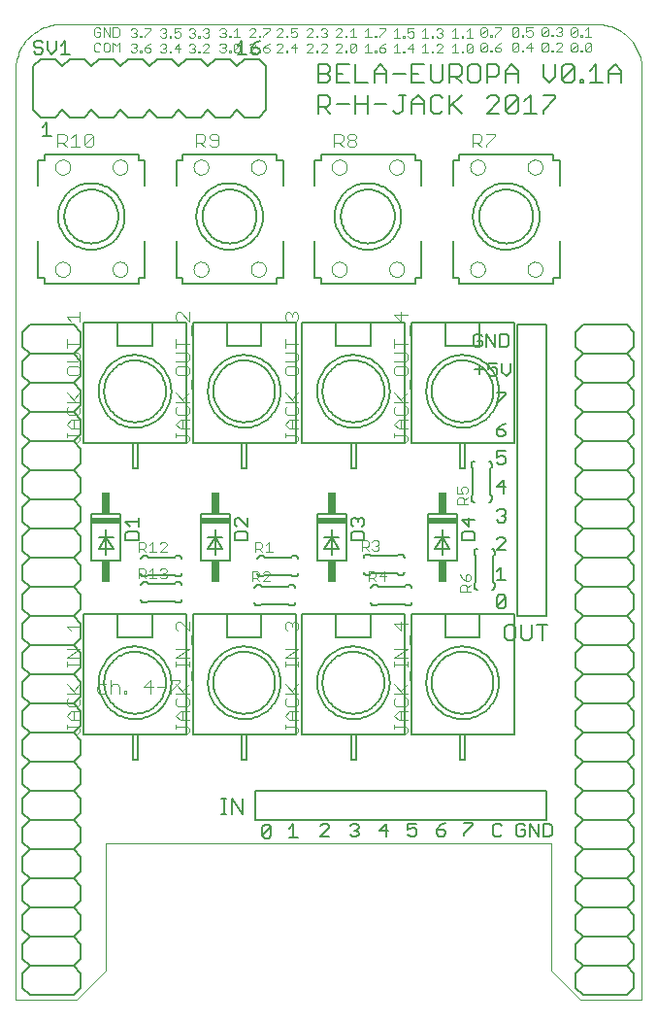
<source format=gto>
G75*
%MOIN*%
%OFA0B0*%
%FSLAX24Y24*%
%IPPOS*%
%LPD*%
%AMOC8*
5,1,8,0,0,1.08239X$1,22.5*
%
%ADD10C,0.0000*%
%ADD11C,0.0040*%
%ADD12C,0.0070*%
%ADD13C,0.0050*%
%ADD14C,0.0060*%
%ADD15R,0.1000X0.0200*%
%ADD16R,0.0300X0.0750*%
%ADD17C,0.0080*%
D10*
X000135Y000200D02*
X002235Y000200D01*
X003235Y001200D01*
X003235Y005570D01*
X018535Y005570D01*
X018535Y001200D01*
X019535Y000200D01*
X021635Y000200D01*
X021635Y032070D01*
X021636Y032146D01*
X021632Y032222D01*
X021625Y032297D01*
X021614Y032372D01*
X021600Y032447D01*
X021582Y032521D01*
X021560Y032593D01*
X021535Y032665D01*
X021506Y032735D01*
X021474Y032804D01*
X021439Y032871D01*
X021400Y032936D01*
X021358Y032999D01*
X021313Y033061D01*
X021265Y033119D01*
X021215Y033176D01*
X021161Y033230D01*
X021105Y033281D01*
X021047Y033329D01*
X020986Y033375D01*
X020923Y033417D01*
X020858Y033457D01*
X020791Y033493D01*
X020723Y033525D01*
X020653Y033555D01*
X020582Y033581D01*
X020509Y033603D01*
X020436Y033622D01*
X020361Y033637D01*
X020286Y033648D01*
X020211Y033656D01*
X020135Y033660D01*
X001635Y033660D01*
X001557Y033656D01*
X001479Y033648D01*
X001402Y033636D01*
X001325Y033620D01*
X001249Y033600D01*
X001174Y033576D01*
X001101Y033549D01*
X001029Y033517D01*
X000959Y033483D01*
X000891Y033444D01*
X000824Y033403D01*
X000760Y033358D01*
X000698Y033309D01*
X000639Y033258D01*
X000583Y033204D01*
X000529Y033147D01*
X000478Y033087D01*
X000430Y033025D01*
X000386Y032961D01*
X000345Y032894D01*
X000307Y032826D01*
X000273Y032755D01*
X000242Y032683D01*
X000215Y032609D01*
X000192Y032535D01*
X000173Y032459D01*
X000157Y032382D01*
X000146Y032305D01*
X000138Y032227D01*
X000134Y032148D01*
X000135Y032070D01*
X000135Y000200D01*
D11*
X002268Y009330D02*
X002345Y009407D01*
X002345Y009484D01*
X002268Y009560D01*
X001885Y009560D01*
X001885Y009484D02*
X001885Y009637D01*
X002038Y009791D02*
X001885Y009944D01*
X002038Y010098D01*
X002345Y010098D01*
X002268Y010251D02*
X002345Y010328D01*
X002345Y010481D01*
X002268Y010558D01*
X002192Y010711D02*
X001885Y011018D01*
X001885Y010711D02*
X002345Y010711D01*
X002115Y010788D02*
X002345Y011018D01*
X002422Y011172D02*
X002422Y011479D01*
X002345Y011632D02*
X002345Y011786D01*
X002345Y011709D02*
X001885Y011709D01*
X001885Y011632D02*
X001885Y011786D01*
X001885Y011939D02*
X002345Y012246D01*
X001885Y012246D01*
X001885Y011939D02*
X002345Y011939D01*
X002422Y012400D02*
X002422Y012706D01*
X002345Y012860D02*
X002345Y013167D01*
X002345Y013013D02*
X001885Y013013D01*
X002038Y012860D01*
X003005Y011017D02*
X002929Y010940D01*
X002929Y010787D01*
X003005Y010710D01*
X003236Y010710D01*
X003389Y010710D02*
X003389Y011171D01*
X003466Y011017D02*
X003619Y011017D01*
X003696Y010940D01*
X003696Y010710D01*
X003850Y010710D02*
X003926Y010710D01*
X003926Y010787D01*
X003850Y010787D01*
X003850Y010710D01*
X003466Y011017D02*
X003389Y010940D01*
X003236Y011017D02*
X003005Y011017D01*
X002268Y010251D02*
X001961Y010251D01*
X001885Y010328D01*
X001885Y010481D01*
X001961Y010558D01*
X002115Y010098D02*
X002115Y009791D01*
X002038Y009791D02*
X002345Y009791D01*
X004540Y010940D02*
X004847Y010940D01*
X005000Y010940D02*
X005307Y010940D01*
X005461Y010787D02*
X005461Y010710D01*
X005461Y010787D02*
X005768Y011094D01*
X005768Y011171D01*
X005461Y011171D01*
X005635Y011018D02*
X005942Y010711D01*
X005865Y010788D02*
X006095Y011018D01*
X006172Y011172D02*
X006172Y011479D01*
X006095Y011632D02*
X006095Y011786D01*
X006095Y011709D02*
X005635Y011709D01*
X005635Y011632D02*
X005635Y011786D01*
X005635Y011939D02*
X006095Y012246D01*
X005635Y012246D01*
X005635Y011939D02*
X006095Y011939D01*
X006172Y012400D02*
X006172Y012706D01*
X006095Y012860D02*
X006095Y013167D01*
X006095Y012860D02*
X005788Y013167D01*
X005711Y013167D01*
X005635Y013090D01*
X005635Y012937D01*
X005711Y012860D01*
X004770Y011171D02*
X004540Y010940D01*
X004770Y010710D02*
X004770Y011171D01*
X005635Y010711D02*
X006095Y010711D01*
X006018Y010558D02*
X006095Y010481D01*
X006095Y010328D01*
X006018Y010251D01*
X005711Y010251D01*
X005635Y010328D01*
X005635Y010481D01*
X005711Y010558D01*
X005788Y010098D02*
X005635Y009944D01*
X005788Y009791D01*
X006095Y009791D01*
X005865Y009791D02*
X005865Y010098D01*
X005788Y010098D02*
X006095Y010098D01*
X006018Y009560D02*
X005635Y009560D01*
X005635Y009484D02*
X005635Y009637D01*
X006018Y009560D02*
X006095Y009484D01*
X006095Y009407D01*
X006018Y009330D01*
X008265Y014550D02*
X008265Y014901D01*
X008440Y014901D01*
X008499Y014842D01*
X008499Y014725D01*
X008440Y014667D01*
X008265Y014667D01*
X008382Y014667D02*
X008499Y014550D01*
X008624Y014550D02*
X008858Y014784D01*
X008858Y014842D01*
X008799Y014901D01*
X008682Y014901D01*
X008624Y014842D01*
X008624Y014550D02*
X008858Y014550D01*
X008841Y015550D02*
X008841Y015901D01*
X008724Y015784D01*
X008599Y015842D02*
X008599Y015725D01*
X008540Y015667D01*
X008365Y015667D01*
X008482Y015667D02*
X008599Y015550D01*
X008724Y015550D02*
X008958Y015550D01*
X008599Y015842D02*
X008540Y015901D01*
X008365Y015901D01*
X008365Y015550D01*
X009461Y013167D02*
X009538Y013167D01*
X009615Y013090D01*
X009692Y013167D01*
X009768Y013167D01*
X009845Y013090D01*
X009845Y012937D01*
X009768Y012860D01*
X009615Y013013D02*
X009615Y013090D01*
X009461Y013167D02*
X009385Y013090D01*
X009385Y012937D01*
X009461Y012860D01*
X009385Y012246D02*
X009845Y012246D01*
X009385Y011939D01*
X009845Y011939D01*
X009845Y011786D02*
X009845Y011632D01*
X009845Y011709D02*
X009385Y011709D01*
X009385Y011632D02*
X009385Y011786D01*
X009922Y011479D02*
X009922Y011172D01*
X009845Y011018D02*
X009615Y010788D01*
X009692Y010711D02*
X009385Y011018D01*
X009385Y010711D02*
X009845Y010711D01*
X009768Y010558D02*
X009845Y010481D01*
X009845Y010328D01*
X009768Y010251D01*
X009461Y010251D01*
X009385Y010328D01*
X009385Y010481D01*
X009461Y010558D01*
X009538Y010098D02*
X009845Y010098D01*
X009615Y010098D02*
X009615Y009791D01*
X009538Y009791D02*
X009385Y009944D01*
X009538Y010098D01*
X009538Y009791D02*
X009845Y009791D01*
X009768Y009560D02*
X009845Y009484D01*
X009845Y009407D01*
X009768Y009330D01*
X009768Y009560D02*
X009385Y009560D01*
X009385Y009484D02*
X009385Y009637D01*
X009922Y012400D02*
X009922Y012706D01*
X012015Y015600D02*
X012015Y015951D01*
X012190Y015951D01*
X012249Y015892D01*
X012249Y015775D01*
X012190Y015717D01*
X012015Y015717D01*
X012132Y015717D02*
X012249Y015600D01*
X012374Y015659D02*
X012432Y015600D01*
X012549Y015600D01*
X012608Y015659D01*
X012608Y015717D01*
X012549Y015775D01*
X012491Y015775D01*
X012549Y015775D02*
X012608Y015834D01*
X012608Y015892D01*
X012549Y015951D01*
X012432Y015951D01*
X012374Y015892D01*
X012440Y014901D02*
X012265Y014901D01*
X012265Y014550D01*
X012265Y014667D02*
X012440Y014667D01*
X012499Y014725D01*
X012499Y014842D01*
X012440Y014901D01*
X012382Y014667D02*
X012499Y014550D01*
X012624Y014725D02*
X012858Y014725D01*
X012799Y014550D02*
X012799Y014901D01*
X012624Y014725D01*
X013135Y013090D02*
X013365Y012860D01*
X013365Y013167D01*
X013595Y013090D02*
X013135Y013090D01*
X013672Y012706D02*
X013672Y012400D01*
X013595Y012246D02*
X013135Y012246D01*
X013135Y011939D02*
X013595Y012246D01*
X013595Y011939D02*
X013135Y011939D01*
X013135Y011786D02*
X013135Y011632D01*
X013135Y011709D02*
X013595Y011709D01*
X013595Y011632D02*
X013595Y011786D01*
X013672Y011479D02*
X013672Y011172D01*
X013595Y011018D02*
X013365Y010788D01*
X013442Y010711D02*
X013135Y011018D01*
X013135Y010711D02*
X013595Y010711D01*
X013518Y010558D02*
X013595Y010481D01*
X013595Y010328D01*
X013518Y010251D01*
X013211Y010251D01*
X013135Y010328D01*
X013135Y010481D01*
X013211Y010558D01*
X013288Y010098D02*
X013595Y010098D01*
X013365Y010098D02*
X013365Y009791D01*
X013288Y009791D02*
X013135Y009944D01*
X013288Y010098D01*
X013288Y009791D02*
X013595Y009791D01*
X013518Y009560D02*
X013135Y009560D01*
X013135Y009484D02*
X013135Y009637D01*
X013518Y009560D02*
X013595Y009484D01*
X013595Y009407D01*
X013518Y009330D01*
X015405Y014200D02*
X015405Y014375D01*
X015463Y014434D01*
X015580Y014434D01*
X015638Y014375D01*
X015638Y014200D01*
X015638Y014317D02*
X015755Y014434D01*
X015697Y014559D02*
X015755Y014618D01*
X015755Y014734D01*
X015697Y014793D01*
X015638Y014793D01*
X015580Y014734D01*
X015580Y014559D01*
X015697Y014559D01*
X015580Y014559D02*
X015463Y014676D01*
X015405Y014793D01*
X015405Y014200D02*
X015755Y014200D01*
X015655Y017200D02*
X015305Y017200D01*
X015305Y017375D01*
X015363Y017434D01*
X015480Y017434D01*
X015538Y017375D01*
X015538Y017200D01*
X015538Y017317D02*
X015655Y017434D01*
X015597Y017559D02*
X015655Y017618D01*
X015655Y017734D01*
X015597Y017793D01*
X015480Y017793D01*
X015421Y017734D01*
X015421Y017676D01*
X015480Y017559D01*
X015305Y017559D01*
X015305Y017793D01*
X013595Y019407D02*
X013595Y019484D01*
X013518Y019560D01*
X013135Y019560D01*
X013135Y019484D02*
X013135Y019637D01*
X013288Y019791D02*
X013135Y019944D01*
X013288Y020098D01*
X013595Y020098D01*
X013518Y020251D02*
X013595Y020328D01*
X013595Y020481D01*
X013518Y020558D01*
X013442Y020711D02*
X013135Y021018D01*
X013135Y020711D02*
X013595Y020711D01*
X013365Y020788D02*
X013595Y021018D01*
X013672Y021172D02*
X013672Y021479D01*
X013518Y021632D02*
X013595Y021709D01*
X013595Y021862D01*
X013518Y021939D01*
X013211Y021939D01*
X013135Y021862D01*
X013135Y021709D01*
X013211Y021632D01*
X013518Y021632D01*
X013518Y022093D02*
X013135Y022093D01*
X013135Y022400D02*
X013518Y022400D01*
X013595Y022323D01*
X013595Y022169D01*
X013518Y022093D01*
X013135Y022553D02*
X013135Y022860D01*
X013135Y022706D02*
X013595Y022706D01*
X013672Y023013D02*
X013672Y023320D01*
X013365Y023474D02*
X013365Y023781D01*
X013595Y023704D02*
X013135Y023704D01*
X013365Y023474D01*
X012963Y025259D02*
X012965Y025290D01*
X012971Y025321D01*
X012980Y025351D01*
X012993Y025380D01*
X013010Y025407D01*
X013030Y025431D01*
X013052Y025453D01*
X013078Y025472D01*
X013105Y025488D01*
X013134Y025500D01*
X013164Y025509D01*
X013195Y025514D01*
X013227Y025515D01*
X013258Y025512D01*
X013289Y025505D01*
X013319Y025495D01*
X013347Y025481D01*
X013373Y025463D01*
X013397Y025443D01*
X013418Y025419D01*
X013437Y025394D01*
X013452Y025366D01*
X013463Y025337D01*
X013471Y025306D01*
X013475Y025275D01*
X013475Y025243D01*
X013471Y025212D01*
X013463Y025181D01*
X013452Y025152D01*
X013437Y025124D01*
X013418Y025099D01*
X013397Y025075D01*
X013373Y025055D01*
X013347Y025037D01*
X013319Y025023D01*
X013289Y025013D01*
X013258Y025006D01*
X013227Y025003D01*
X013195Y025004D01*
X013164Y025009D01*
X013134Y025018D01*
X013105Y025030D01*
X013078Y025046D01*
X013052Y025065D01*
X013030Y025087D01*
X013010Y025111D01*
X012993Y025138D01*
X012980Y025167D01*
X012971Y025197D01*
X012965Y025228D01*
X012963Y025259D01*
X010995Y025259D02*
X010997Y025290D01*
X011003Y025321D01*
X011012Y025351D01*
X011025Y025380D01*
X011042Y025407D01*
X011062Y025431D01*
X011084Y025453D01*
X011110Y025472D01*
X011137Y025488D01*
X011166Y025500D01*
X011196Y025509D01*
X011227Y025514D01*
X011259Y025515D01*
X011290Y025512D01*
X011321Y025505D01*
X011351Y025495D01*
X011379Y025481D01*
X011405Y025463D01*
X011429Y025443D01*
X011450Y025419D01*
X011469Y025394D01*
X011484Y025366D01*
X011495Y025337D01*
X011503Y025306D01*
X011507Y025275D01*
X011507Y025243D01*
X011503Y025212D01*
X011495Y025181D01*
X011484Y025152D01*
X011469Y025124D01*
X011450Y025099D01*
X011429Y025075D01*
X011405Y025055D01*
X011379Y025037D01*
X011351Y025023D01*
X011321Y025013D01*
X011290Y025006D01*
X011259Y025003D01*
X011227Y025004D01*
X011196Y025009D01*
X011166Y025018D01*
X011137Y025030D01*
X011110Y025046D01*
X011084Y025065D01*
X011062Y025087D01*
X011042Y025111D01*
X011025Y025138D01*
X011012Y025167D01*
X011003Y025197D01*
X010997Y025228D01*
X010995Y025259D01*
X009768Y023781D02*
X009845Y023704D01*
X009845Y023550D01*
X009768Y023474D01*
X009615Y023627D02*
X009615Y023704D01*
X009692Y023781D01*
X009768Y023781D01*
X009615Y023704D02*
X009538Y023781D01*
X009461Y023781D01*
X009385Y023704D01*
X009385Y023550D01*
X009461Y023474D01*
X009922Y023320D02*
X009922Y023013D01*
X009845Y022706D02*
X009385Y022706D01*
X009385Y022553D02*
X009385Y022860D01*
X009385Y022400D02*
X009768Y022400D01*
X009845Y022323D01*
X009845Y022169D01*
X009768Y022093D01*
X009385Y022093D01*
X009461Y021939D02*
X009385Y021862D01*
X009385Y021709D01*
X009461Y021632D01*
X009768Y021632D01*
X009845Y021709D01*
X009845Y021862D01*
X009768Y021939D01*
X009461Y021939D01*
X009922Y021479D02*
X009922Y021172D01*
X009845Y021018D02*
X009615Y020788D01*
X009692Y020711D02*
X009385Y021018D01*
X009385Y020711D02*
X009845Y020711D01*
X009768Y020558D02*
X009845Y020481D01*
X009845Y020328D01*
X009768Y020251D01*
X009461Y020251D01*
X009385Y020328D01*
X009385Y020481D01*
X009461Y020558D01*
X009538Y020098D02*
X009845Y020098D01*
X009615Y020098D02*
X009615Y019791D01*
X009538Y019791D02*
X009385Y019944D01*
X009538Y020098D01*
X009538Y019791D02*
X009845Y019791D01*
X009768Y019560D02*
X009385Y019560D01*
X009385Y019484D02*
X009385Y019637D01*
X009768Y019560D02*
X009845Y019484D01*
X009845Y019407D01*
X009768Y019330D01*
X013135Y020328D02*
X013211Y020251D01*
X013518Y020251D01*
X013365Y020098D02*
X013365Y019791D01*
X013288Y019791D02*
X013595Y019791D01*
X013595Y019407D02*
X013518Y019330D01*
X013135Y020328D02*
X013135Y020481D01*
X013211Y020558D01*
X015745Y025259D02*
X015747Y025290D01*
X015753Y025321D01*
X015762Y025351D01*
X015775Y025380D01*
X015792Y025407D01*
X015812Y025431D01*
X015834Y025453D01*
X015860Y025472D01*
X015887Y025488D01*
X015916Y025500D01*
X015946Y025509D01*
X015977Y025514D01*
X016009Y025515D01*
X016040Y025512D01*
X016071Y025505D01*
X016101Y025495D01*
X016129Y025481D01*
X016155Y025463D01*
X016179Y025443D01*
X016200Y025419D01*
X016219Y025394D01*
X016234Y025366D01*
X016245Y025337D01*
X016253Y025306D01*
X016257Y025275D01*
X016257Y025243D01*
X016253Y025212D01*
X016245Y025181D01*
X016234Y025152D01*
X016219Y025124D01*
X016200Y025099D01*
X016179Y025075D01*
X016155Y025055D01*
X016129Y025037D01*
X016101Y025023D01*
X016071Y025013D01*
X016040Y025006D01*
X016009Y025003D01*
X015977Y025004D01*
X015946Y025009D01*
X015916Y025018D01*
X015887Y025030D01*
X015860Y025046D01*
X015834Y025065D01*
X015812Y025087D01*
X015792Y025111D01*
X015775Y025138D01*
X015762Y025167D01*
X015753Y025197D01*
X015747Y025228D01*
X015745Y025259D01*
X017713Y025259D02*
X017715Y025290D01*
X017721Y025321D01*
X017730Y025351D01*
X017743Y025380D01*
X017760Y025407D01*
X017780Y025431D01*
X017802Y025453D01*
X017828Y025472D01*
X017855Y025488D01*
X017884Y025500D01*
X017914Y025509D01*
X017945Y025514D01*
X017977Y025515D01*
X018008Y025512D01*
X018039Y025505D01*
X018069Y025495D01*
X018097Y025481D01*
X018123Y025463D01*
X018147Y025443D01*
X018168Y025419D01*
X018187Y025394D01*
X018202Y025366D01*
X018213Y025337D01*
X018221Y025306D01*
X018225Y025275D01*
X018225Y025243D01*
X018221Y025212D01*
X018213Y025181D01*
X018202Y025152D01*
X018187Y025124D01*
X018168Y025099D01*
X018147Y025075D01*
X018123Y025055D01*
X018097Y025037D01*
X018069Y025023D01*
X018039Y025013D01*
X018008Y025006D01*
X017977Y025003D01*
X017945Y025004D01*
X017914Y025009D01*
X017884Y025018D01*
X017855Y025030D01*
X017828Y025046D01*
X017802Y025065D01*
X017780Y025087D01*
X017760Y025111D01*
X017743Y025138D01*
X017730Y025167D01*
X017721Y025197D01*
X017715Y025228D01*
X017713Y025259D01*
X017713Y028763D02*
X017715Y028794D01*
X017721Y028825D01*
X017730Y028855D01*
X017743Y028884D01*
X017760Y028911D01*
X017780Y028935D01*
X017802Y028957D01*
X017828Y028976D01*
X017855Y028992D01*
X017884Y029004D01*
X017914Y029013D01*
X017945Y029018D01*
X017977Y029019D01*
X018008Y029016D01*
X018039Y029009D01*
X018069Y028999D01*
X018097Y028985D01*
X018123Y028967D01*
X018147Y028947D01*
X018168Y028923D01*
X018187Y028898D01*
X018202Y028870D01*
X018213Y028841D01*
X018221Y028810D01*
X018225Y028779D01*
X018225Y028747D01*
X018221Y028716D01*
X018213Y028685D01*
X018202Y028656D01*
X018187Y028628D01*
X018168Y028603D01*
X018147Y028579D01*
X018123Y028559D01*
X018097Y028541D01*
X018069Y028527D01*
X018039Y028517D01*
X018008Y028510D01*
X017977Y028507D01*
X017945Y028508D01*
X017914Y028513D01*
X017884Y028522D01*
X017855Y028534D01*
X017828Y028550D01*
X017802Y028569D01*
X017780Y028591D01*
X017760Y028615D01*
X017743Y028642D01*
X017730Y028671D01*
X017721Y028701D01*
X017715Y028732D01*
X017713Y028763D01*
X016591Y029836D02*
X016284Y029529D01*
X016284Y029452D01*
X016131Y029452D02*
X015977Y029606D01*
X016054Y029606D02*
X015824Y029606D01*
X015824Y029452D02*
X015824Y029913D01*
X016054Y029913D01*
X016131Y029836D01*
X016131Y029683D01*
X016054Y029606D01*
X016284Y029913D02*
X016591Y029913D01*
X016591Y029836D01*
X015745Y028763D02*
X015747Y028794D01*
X015753Y028825D01*
X015762Y028855D01*
X015775Y028884D01*
X015792Y028911D01*
X015812Y028935D01*
X015834Y028957D01*
X015860Y028976D01*
X015887Y028992D01*
X015916Y029004D01*
X015946Y029013D01*
X015977Y029018D01*
X016009Y029019D01*
X016040Y029016D01*
X016071Y029009D01*
X016101Y028999D01*
X016129Y028985D01*
X016155Y028967D01*
X016179Y028947D01*
X016200Y028923D01*
X016219Y028898D01*
X016234Y028870D01*
X016245Y028841D01*
X016253Y028810D01*
X016257Y028779D01*
X016257Y028747D01*
X016253Y028716D01*
X016245Y028685D01*
X016234Y028656D01*
X016219Y028628D01*
X016200Y028603D01*
X016179Y028579D01*
X016155Y028559D01*
X016129Y028541D01*
X016101Y028527D01*
X016071Y028517D01*
X016040Y028510D01*
X016009Y028507D01*
X015977Y028508D01*
X015946Y028513D01*
X015916Y028522D01*
X015887Y028534D01*
X015860Y028550D01*
X015834Y028569D01*
X015812Y028591D01*
X015792Y028615D01*
X015775Y028642D01*
X015762Y028671D01*
X015753Y028701D01*
X015747Y028732D01*
X015745Y028763D01*
X012963Y028763D02*
X012965Y028794D01*
X012971Y028825D01*
X012980Y028855D01*
X012993Y028884D01*
X013010Y028911D01*
X013030Y028935D01*
X013052Y028957D01*
X013078Y028976D01*
X013105Y028992D01*
X013134Y029004D01*
X013164Y029013D01*
X013195Y029018D01*
X013227Y029019D01*
X013258Y029016D01*
X013289Y029009D01*
X013319Y028999D01*
X013347Y028985D01*
X013373Y028967D01*
X013397Y028947D01*
X013418Y028923D01*
X013437Y028898D01*
X013452Y028870D01*
X013463Y028841D01*
X013471Y028810D01*
X013475Y028779D01*
X013475Y028747D01*
X013471Y028716D01*
X013463Y028685D01*
X013452Y028656D01*
X013437Y028628D01*
X013418Y028603D01*
X013397Y028579D01*
X013373Y028559D01*
X013347Y028541D01*
X013319Y028527D01*
X013289Y028517D01*
X013258Y028510D01*
X013227Y028507D01*
X013195Y028508D01*
X013164Y028513D01*
X013134Y028522D01*
X013105Y028534D01*
X013078Y028550D01*
X013052Y028569D01*
X013030Y028591D01*
X013010Y028615D01*
X012993Y028642D01*
X012980Y028671D01*
X012971Y028701D01*
X012965Y028732D01*
X012963Y028763D01*
X011841Y029529D02*
X011764Y029452D01*
X011611Y029452D01*
X011534Y029529D01*
X011534Y029606D01*
X011611Y029683D01*
X011764Y029683D01*
X011841Y029606D01*
X011841Y029529D01*
X011764Y029683D02*
X011841Y029759D01*
X011841Y029836D01*
X011764Y029913D01*
X011611Y029913D01*
X011534Y029836D01*
X011534Y029759D01*
X011611Y029683D01*
X011381Y029683D02*
X011381Y029836D01*
X011304Y029913D01*
X011074Y029913D01*
X011074Y029452D01*
X011074Y029606D02*
X011304Y029606D01*
X011381Y029683D01*
X011227Y029606D02*
X011381Y029452D01*
X010995Y028763D02*
X010997Y028794D01*
X011003Y028825D01*
X011012Y028855D01*
X011025Y028884D01*
X011042Y028911D01*
X011062Y028935D01*
X011084Y028957D01*
X011110Y028976D01*
X011137Y028992D01*
X011166Y029004D01*
X011196Y029013D01*
X011227Y029018D01*
X011259Y029019D01*
X011290Y029016D01*
X011321Y029009D01*
X011351Y028999D01*
X011379Y028985D01*
X011405Y028967D01*
X011429Y028947D01*
X011450Y028923D01*
X011469Y028898D01*
X011484Y028870D01*
X011495Y028841D01*
X011503Y028810D01*
X011507Y028779D01*
X011507Y028747D01*
X011503Y028716D01*
X011495Y028685D01*
X011484Y028656D01*
X011469Y028628D01*
X011450Y028603D01*
X011429Y028579D01*
X011405Y028559D01*
X011379Y028541D01*
X011351Y028527D01*
X011321Y028517D01*
X011290Y028510D01*
X011259Y028507D01*
X011227Y028508D01*
X011196Y028513D01*
X011166Y028522D01*
X011137Y028534D01*
X011110Y028550D01*
X011084Y028569D01*
X011062Y028591D01*
X011042Y028615D01*
X011025Y028642D01*
X011012Y028671D01*
X011003Y028701D01*
X010997Y028732D01*
X010995Y028763D01*
X008213Y028763D02*
X008215Y028794D01*
X008221Y028825D01*
X008230Y028855D01*
X008243Y028884D01*
X008260Y028911D01*
X008280Y028935D01*
X008302Y028957D01*
X008328Y028976D01*
X008355Y028992D01*
X008384Y029004D01*
X008414Y029013D01*
X008445Y029018D01*
X008477Y029019D01*
X008508Y029016D01*
X008539Y029009D01*
X008569Y028999D01*
X008597Y028985D01*
X008623Y028967D01*
X008647Y028947D01*
X008668Y028923D01*
X008687Y028898D01*
X008702Y028870D01*
X008713Y028841D01*
X008721Y028810D01*
X008725Y028779D01*
X008725Y028747D01*
X008721Y028716D01*
X008713Y028685D01*
X008702Y028656D01*
X008687Y028628D01*
X008668Y028603D01*
X008647Y028579D01*
X008623Y028559D01*
X008597Y028541D01*
X008569Y028527D01*
X008539Y028517D01*
X008508Y028510D01*
X008477Y028507D01*
X008445Y028508D01*
X008414Y028513D01*
X008384Y028522D01*
X008355Y028534D01*
X008328Y028550D01*
X008302Y028569D01*
X008280Y028591D01*
X008260Y028615D01*
X008243Y028642D01*
X008230Y028671D01*
X008221Y028701D01*
X008215Y028732D01*
X008213Y028763D01*
X007091Y029529D02*
X007014Y029452D01*
X006861Y029452D01*
X006784Y029529D01*
X006631Y029452D02*
X006477Y029606D01*
X006554Y029606D02*
X006324Y029606D01*
X006324Y029452D02*
X006324Y029913D01*
X006554Y029913D01*
X006631Y029836D01*
X006631Y029683D01*
X006554Y029606D01*
X006784Y029759D02*
X006784Y029836D01*
X006861Y029913D01*
X007014Y029913D01*
X007091Y029836D01*
X007091Y029529D01*
X007091Y029683D02*
X006861Y029683D01*
X006784Y029759D01*
X006245Y028763D02*
X006247Y028794D01*
X006253Y028825D01*
X006262Y028855D01*
X006275Y028884D01*
X006292Y028911D01*
X006312Y028935D01*
X006334Y028957D01*
X006360Y028976D01*
X006387Y028992D01*
X006416Y029004D01*
X006446Y029013D01*
X006477Y029018D01*
X006509Y029019D01*
X006540Y029016D01*
X006571Y029009D01*
X006601Y028999D01*
X006629Y028985D01*
X006655Y028967D01*
X006679Y028947D01*
X006700Y028923D01*
X006719Y028898D01*
X006734Y028870D01*
X006745Y028841D01*
X006753Y028810D01*
X006757Y028779D01*
X006757Y028747D01*
X006753Y028716D01*
X006745Y028685D01*
X006734Y028656D01*
X006719Y028628D01*
X006700Y028603D01*
X006679Y028579D01*
X006655Y028559D01*
X006629Y028541D01*
X006601Y028527D01*
X006571Y028517D01*
X006540Y028510D01*
X006509Y028507D01*
X006477Y028508D01*
X006446Y028513D01*
X006416Y028522D01*
X006387Y028534D01*
X006360Y028550D01*
X006334Y028569D01*
X006312Y028591D01*
X006292Y028615D01*
X006275Y028642D01*
X006262Y028671D01*
X006253Y028701D01*
X006247Y028732D01*
X006245Y028763D01*
X006245Y025259D02*
X006247Y025290D01*
X006253Y025321D01*
X006262Y025351D01*
X006275Y025380D01*
X006292Y025407D01*
X006312Y025431D01*
X006334Y025453D01*
X006360Y025472D01*
X006387Y025488D01*
X006416Y025500D01*
X006446Y025509D01*
X006477Y025514D01*
X006509Y025515D01*
X006540Y025512D01*
X006571Y025505D01*
X006601Y025495D01*
X006629Y025481D01*
X006655Y025463D01*
X006679Y025443D01*
X006700Y025419D01*
X006719Y025394D01*
X006734Y025366D01*
X006745Y025337D01*
X006753Y025306D01*
X006757Y025275D01*
X006757Y025243D01*
X006753Y025212D01*
X006745Y025181D01*
X006734Y025152D01*
X006719Y025124D01*
X006700Y025099D01*
X006679Y025075D01*
X006655Y025055D01*
X006629Y025037D01*
X006601Y025023D01*
X006571Y025013D01*
X006540Y025006D01*
X006509Y025003D01*
X006477Y025004D01*
X006446Y025009D01*
X006416Y025018D01*
X006387Y025030D01*
X006360Y025046D01*
X006334Y025065D01*
X006312Y025087D01*
X006292Y025111D01*
X006275Y025138D01*
X006262Y025167D01*
X006253Y025197D01*
X006247Y025228D01*
X006245Y025259D01*
X006095Y023781D02*
X006095Y023474D01*
X005788Y023781D01*
X005711Y023781D01*
X005635Y023704D01*
X005635Y023550D01*
X005711Y023474D01*
X006172Y023320D02*
X006172Y023013D01*
X006095Y022706D02*
X005635Y022706D01*
X005635Y022553D02*
X005635Y022860D01*
X005635Y022400D02*
X006018Y022400D01*
X006095Y022323D01*
X006095Y022169D01*
X006018Y022093D01*
X005635Y022093D01*
X005711Y021939D02*
X005635Y021862D01*
X005635Y021709D01*
X005711Y021632D01*
X006018Y021632D01*
X006095Y021709D01*
X006095Y021862D01*
X006018Y021939D01*
X005711Y021939D01*
X006172Y021479D02*
X006172Y021172D01*
X006095Y021018D02*
X005865Y020788D01*
X005942Y020711D02*
X005635Y021018D01*
X005635Y020711D02*
X006095Y020711D01*
X006018Y020558D02*
X006095Y020481D01*
X006095Y020328D01*
X006018Y020251D01*
X005711Y020251D01*
X005635Y020328D01*
X005635Y020481D01*
X005711Y020558D01*
X005788Y020098D02*
X006095Y020098D01*
X005865Y020098D02*
X005865Y019791D01*
X005788Y019791D02*
X005635Y019944D01*
X005788Y020098D01*
X005788Y019791D02*
X006095Y019791D01*
X006018Y019560D02*
X005635Y019560D01*
X005635Y019484D02*
X005635Y019637D01*
X006018Y019560D02*
X006095Y019484D01*
X006095Y019407D01*
X006018Y019330D01*
X005258Y015901D02*
X005142Y015901D01*
X005083Y015842D01*
X005258Y015901D02*
X005317Y015842D01*
X005317Y015784D01*
X005083Y015550D01*
X005317Y015550D01*
X005258Y015001D02*
X005142Y015001D01*
X005083Y014942D01*
X005200Y014825D02*
X005258Y014825D01*
X005317Y014767D01*
X005317Y014709D01*
X005258Y014650D01*
X005142Y014650D01*
X005083Y014709D01*
X004958Y014650D02*
X004724Y014650D01*
X004841Y014650D02*
X004841Y015001D01*
X004724Y014884D01*
X004599Y014942D02*
X004599Y014825D01*
X004540Y014767D01*
X004365Y014767D01*
X004482Y014767D02*
X004599Y014650D01*
X004365Y014650D02*
X004365Y015001D01*
X004540Y015001D01*
X004599Y014942D01*
X004599Y015550D02*
X004482Y015667D01*
X004540Y015667D02*
X004365Y015667D01*
X004365Y015550D02*
X004365Y015901D01*
X004540Y015901D01*
X004599Y015842D01*
X004599Y015725D01*
X004540Y015667D01*
X004724Y015784D02*
X004841Y015901D01*
X004841Y015550D01*
X004724Y015550D02*
X004958Y015550D01*
X005258Y015001D02*
X005317Y014942D01*
X005317Y014884D01*
X005258Y014825D01*
X002268Y019330D02*
X002345Y019407D01*
X002345Y019484D01*
X002268Y019560D01*
X001885Y019560D01*
X001885Y019484D02*
X001885Y019637D01*
X002038Y019791D02*
X001885Y019944D01*
X002038Y020098D01*
X002345Y020098D01*
X002268Y020251D02*
X002345Y020328D01*
X002345Y020481D01*
X002268Y020558D01*
X002192Y020711D02*
X001885Y021018D01*
X001885Y020711D02*
X002345Y020711D01*
X002115Y020788D02*
X002345Y021018D01*
X002422Y021172D02*
X002422Y021479D01*
X002268Y021632D02*
X002345Y021709D01*
X002345Y021862D01*
X002268Y021939D01*
X001961Y021939D01*
X001885Y021862D01*
X001885Y021709D01*
X001961Y021632D01*
X002268Y021632D01*
X002268Y022093D02*
X001885Y022093D01*
X001885Y022400D02*
X002268Y022400D01*
X002345Y022323D01*
X002345Y022169D01*
X002268Y022093D01*
X001885Y022553D02*
X001885Y022860D01*
X001885Y022706D02*
X002345Y022706D01*
X002422Y023013D02*
X002422Y023320D01*
X002345Y023474D02*
X002345Y023781D01*
X002345Y023627D02*
X001885Y023627D01*
X002038Y023474D01*
X001495Y025259D02*
X001497Y025290D01*
X001503Y025321D01*
X001512Y025351D01*
X001525Y025380D01*
X001542Y025407D01*
X001562Y025431D01*
X001584Y025453D01*
X001610Y025472D01*
X001637Y025488D01*
X001666Y025500D01*
X001696Y025509D01*
X001727Y025514D01*
X001759Y025515D01*
X001790Y025512D01*
X001821Y025505D01*
X001851Y025495D01*
X001879Y025481D01*
X001905Y025463D01*
X001929Y025443D01*
X001950Y025419D01*
X001969Y025394D01*
X001984Y025366D01*
X001995Y025337D01*
X002003Y025306D01*
X002007Y025275D01*
X002007Y025243D01*
X002003Y025212D01*
X001995Y025181D01*
X001984Y025152D01*
X001969Y025124D01*
X001950Y025099D01*
X001929Y025075D01*
X001905Y025055D01*
X001879Y025037D01*
X001851Y025023D01*
X001821Y025013D01*
X001790Y025006D01*
X001759Y025003D01*
X001727Y025004D01*
X001696Y025009D01*
X001666Y025018D01*
X001637Y025030D01*
X001610Y025046D01*
X001584Y025065D01*
X001562Y025087D01*
X001542Y025111D01*
X001525Y025138D01*
X001512Y025167D01*
X001503Y025197D01*
X001497Y025228D01*
X001495Y025259D01*
X001495Y028763D02*
X001497Y028794D01*
X001503Y028825D01*
X001512Y028855D01*
X001525Y028884D01*
X001542Y028911D01*
X001562Y028935D01*
X001584Y028957D01*
X001610Y028976D01*
X001637Y028992D01*
X001666Y029004D01*
X001696Y029013D01*
X001727Y029018D01*
X001759Y029019D01*
X001790Y029016D01*
X001821Y029009D01*
X001851Y028999D01*
X001879Y028985D01*
X001905Y028967D01*
X001929Y028947D01*
X001950Y028923D01*
X001969Y028898D01*
X001984Y028870D01*
X001995Y028841D01*
X002003Y028810D01*
X002007Y028779D01*
X002007Y028747D01*
X002003Y028716D01*
X001995Y028685D01*
X001984Y028656D01*
X001969Y028628D01*
X001950Y028603D01*
X001929Y028579D01*
X001905Y028559D01*
X001879Y028541D01*
X001851Y028527D01*
X001821Y028517D01*
X001790Y028510D01*
X001759Y028507D01*
X001727Y028508D01*
X001696Y028513D01*
X001666Y028522D01*
X001637Y028534D01*
X001610Y028550D01*
X001584Y028569D01*
X001562Y028591D01*
X001542Y028615D01*
X001525Y028642D01*
X001512Y028671D01*
X001503Y028701D01*
X001497Y028732D01*
X001495Y028763D01*
X001574Y029452D02*
X001574Y029913D01*
X001804Y029913D01*
X001881Y029836D01*
X001881Y029683D01*
X001804Y029606D01*
X001574Y029606D01*
X001727Y029606D02*
X001881Y029452D01*
X002034Y029452D02*
X002341Y029452D01*
X002188Y029452D02*
X002188Y029913D01*
X002034Y029759D01*
X002495Y029836D02*
X002495Y029529D01*
X002802Y029836D01*
X002802Y029529D01*
X002725Y029452D01*
X002571Y029452D01*
X002495Y029529D01*
X002495Y029836D02*
X002571Y029913D01*
X002725Y029913D01*
X002802Y029836D01*
X003463Y028763D02*
X003465Y028794D01*
X003471Y028825D01*
X003480Y028855D01*
X003493Y028884D01*
X003510Y028911D01*
X003530Y028935D01*
X003552Y028957D01*
X003578Y028976D01*
X003605Y028992D01*
X003634Y029004D01*
X003664Y029013D01*
X003695Y029018D01*
X003727Y029019D01*
X003758Y029016D01*
X003789Y029009D01*
X003819Y028999D01*
X003847Y028985D01*
X003873Y028967D01*
X003897Y028947D01*
X003918Y028923D01*
X003937Y028898D01*
X003952Y028870D01*
X003963Y028841D01*
X003971Y028810D01*
X003975Y028779D01*
X003975Y028747D01*
X003971Y028716D01*
X003963Y028685D01*
X003952Y028656D01*
X003937Y028628D01*
X003918Y028603D01*
X003897Y028579D01*
X003873Y028559D01*
X003847Y028541D01*
X003819Y028527D01*
X003789Y028517D01*
X003758Y028510D01*
X003727Y028507D01*
X003695Y028508D01*
X003664Y028513D01*
X003634Y028522D01*
X003605Y028534D01*
X003578Y028550D01*
X003552Y028569D01*
X003530Y028591D01*
X003510Y028615D01*
X003493Y028642D01*
X003480Y028671D01*
X003471Y028701D01*
X003465Y028732D01*
X003463Y028763D01*
X003463Y025259D02*
X003465Y025290D01*
X003471Y025321D01*
X003480Y025351D01*
X003493Y025380D01*
X003510Y025407D01*
X003530Y025431D01*
X003552Y025453D01*
X003578Y025472D01*
X003605Y025488D01*
X003634Y025500D01*
X003664Y025509D01*
X003695Y025514D01*
X003727Y025515D01*
X003758Y025512D01*
X003789Y025505D01*
X003819Y025495D01*
X003847Y025481D01*
X003873Y025463D01*
X003897Y025443D01*
X003918Y025419D01*
X003937Y025394D01*
X003952Y025366D01*
X003963Y025337D01*
X003971Y025306D01*
X003975Y025275D01*
X003975Y025243D01*
X003971Y025212D01*
X003963Y025181D01*
X003952Y025152D01*
X003937Y025124D01*
X003918Y025099D01*
X003897Y025075D01*
X003873Y025055D01*
X003847Y025037D01*
X003819Y025023D01*
X003789Y025013D01*
X003758Y025006D01*
X003727Y025003D01*
X003695Y025004D01*
X003664Y025009D01*
X003634Y025018D01*
X003605Y025030D01*
X003578Y025046D01*
X003552Y025065D01*
X003530Y025087D01*
X003510Y025111D01*
X003493Y025138D01*
X003480Y025167D01*
X003471Y025197D01*
X003465Y025228D01*
X003463Y025259D01*
X001961Y020558D02*
X001885Y020481D01*
X001885Y020328D01*
X001961Y020251D01*
X002268Y020251D01*
X002115Y020098D02*
X002115Y019791D01*
X002038Y019791D02*
X002345Y019791D01*
X008213Y025259D02*
X008215Y025290D01*
X008221Y025321D01*
X008230Y025351D01*
X008243Y025380D01*
X008260Y025407D01*
X008280Y025431D01*
X008302Y025453D01*
X008328Y025472D01*
X008355Y025488D01*
X008384Y025500D01*
X008414Y025509D01*
X008445Y025514D01*
X008477Y025515D01*
X008508Y025512D01*
X008539Y025505D01*
X008569Y025495D01*
X008597Y025481D01*
X008623Y025463D01*
X008647Y025443D01*
X008668Y025419D01*
X008687Y025394D01*
X008702Y025366D01*
X008713Y025337D01*
X008721Y025306D01*
X008725Y025275D01*
X008725Y025243D01*
X008721Y025212D01*
X008713Y025181D01*
X008702Y025152D01*
X008687Y025124D01*
X008668Y025099D01*
X008647Y025075D01*
X008623Y025055D01*
X008597Y025037D01*
X008569Y025023D01*
X008539Y025013D01*
X008508Y025006D01*
X008477Y025003D01*
X008445Y025004D01*
X008414Y025009D01*
X008384Y025018D01*
X008355Y025030D01*
X008328Y025046D01*
X008302Y025065D01*
X008280Y025087D01*
X008260Y025111D01*
X008243Y025138D01*
X008230Y025167D01*
X008221Y025197D01*
X008215Y025228D01*
X008213Y025259D01*
X008162Y032695D02*
X008369Y032902D01*
X008369Y032954D01*
X008317Y033005D01*
X008214Y033005D01*
X008162Y032954D01*
X008162Y032695D02*
X008369Y032695D01*
X008484Y032695D02*
X008536Y032695D01*
X008536Y032747D01*
X008484Y032747D01*
X008484Y032695D01*
X008646Y032747D02*
X008697Y032695D01*
X008801Y032695D01*
X008852Y032747D01*
X008852Y032799D01*
X008801Y032850D01*
X008646Y032850D01*
X008646Y032747D01*
X008646Y032850D02*
X008749Y032954D01*
X008852Y033005D01*
X009102Y032954D02*
X009154Y033005D01*
X009257Y033005D01*
X009309Y032954D01*
X009309Y032902D01*
X009102Y032695D01*
X009309Y032695D01*
X009424Y032695D02*
X009476Y032695D01*
X009476Y032747D01*
X009424Y032747D01*
X009424Y032695D01*
X009586Y032850D02*
X009792Y032850D01*
X009741Y032695D02*
X009741Y033005D01*
X009586Y032850D01*
X009637Y033220D02*
X009586Y033272D01*
X009637Y033220D02*
X009741Y033220D01*
X009792Y033272D01*
X009792Y033375D01*
X009741Y033427D01*
X009689Y033427D01*
X009586Y033375D01*
X009586Y033530D01*
X009792Y033530D01*
X009476Y033272D02*
X009476Y033220D01*
X009424Y033220D01*
X009424Y033272D01*
X009476Y033272D01*
X009309Y033220D02*
X009102Y033220D01*
X009309Y033427D01*
X009309Y033479D01*
X009257Y033530D01*
X009154Y033530D01*
X009102Y033479D01*
X008852Y033479D02*
X008646Y033272D01*
X008646Y033220D01*
X008536Y033220D02*
X008484Y033220D01*
X008484Y033272D01*
X008536Y033272D01*
X008536Y033220D01*
X008369Y033220D02*
X008162Y033220D01*
X008369Y033427D01*
X008369Y033479D01*
X008317Y033530D01*
X008214Y033530D01*
X008162Y033479D01*
X007832Y033220D02*
X007626Y033220D01*
X007729Y033220D02*
X007729Y033530D01*
X007626Y033427D01*
X007516Y033272D02*
X007516Y033220D01*
X007464Y033220D01*
X007464Y033272D01*
X007516Y033272D01*
X007349Y033272D02*
X007297Y033220D01*
X007194Y033220D01*
X007142Y033272D01*
X007246Y033375D02*
X007297Y033375D01*
X007349Y033324D01*
X007349Y033272D01*
X007297Y033375D02*
X007349Y033427D01*
X007349Y033479D01*
X007297Y033530D01*
X007194Y033530D01*
X007142Y033479D01*
X006772Y033469D02*
X006772Y033417D01*
X006721Y033365D01*
X006772Y033314D01*
X006772Y033262D01*
X006721Y033210D01*
X006617Y033210D01*
X006566Y033262D01*
X006456Y033262D02*
X006456Y033210D01*
X006404Y033210D01*
X006404Y033262D01*
X006456Y033262D01*
X006289Y033262D02*
X006237Y033210D01*
X006134Y033210D01*
X006082Y033262D01*
X006186Y033365D02*
X006237Y033365D01*
X006289Y033314D01*
X006289Y033262D01*
X006237Y033365D02*
X006289Y033417D01*
X006289Y033469D01*
X006237Y033520D01*
X006134Y033520D01*
X006082Y033469D01*
X005792Y033520D02*
X005586Y033520D01*
X005586Y033365D01*
X005689Y033417D01*
X005741Y033417D01*
X005792Y033365D01*
X005792Y033262D01*
X005741Y033210D01*
X005637Y033210D01*
X005586Y033262D01*
X005476Y033262D02*
X005476Y033210D01*
X005424Y033210D01*
X005424Y033262D01*
X005476Y033262D01*
X005309Y033262D02*
X005257Y033210D01*
X005154Y033210D01*
X005102Y033262D01*
X005206Y033365D02*
X005257Y033365D01*
X005309Y033314D01*
X005309Y033262D01*
X005257Y033365D02*
X005309Y033417D01*
X005309Y033469D01*
X005257Y033520D01*
X005154Y033520D01*
X005102Y033469D01*
X005154Y032995D02*
X005257Y032995D01*
X005309Y032944D01*
X005309Y032892D01*
X005257Y032840D01*
X005309Y032789D01*
X005309Y032737D01*
X005257Y032685D01*
X005154Y032685D01*
X005102Y032737D01*
X005206Y032840D02*
X005257Y032840D01*
X005102Y032944D02*
X005154Y032995D01*
X005424Y032737D02*
X005476Y032737D01*
X005476Y032685D01*
X005424Y032685D01*
X005424Y032737D01*
X005586Y032840D02*
X005792Y032840D01*
X005741Y032685D02*
X005741Y032995D01*
X005586Y032840D01*
X006082Y032737D02*
X006134Y032685D01*
X006237Y032685D01*
X006289Y032737D01*
X006289Y032789D01*
X006237Y032840D01*
X006186Y032840D01*
X006237Y032840D02*
X006289Y032892D01*
X006289Y032944D01*
X006237Y032995D01*
X006134Y032995D01*
X006082Y032944D01*
X006404Y032737D02*
X006456Y032737D01*
X006456Y032685D01*
X006404Y032685D01*
X006404Y032737D01*
X006566Y032685D02*
X006772Y032892D01*
X006772Y032944D01*
X006721Y032995D01*
X006617Y032995D01*
X006566Y032944D01*
X006566Y032685D02*
X006772Y032685D01*
X007142Y032747D02*
X007194Y032695D01*
X007297Y032695D01*
X007349Y032747D01*
X007349Y032799D01*
X007297Y032850D01*
X007246Y032850D01*
X007297Y032850D02*
X007349Y032902D01*
X007349Y032954D01*
X007297Y033005D01*
X007194Y033005D01*
X007142Y032954D01*
X006772Y033469D02*
X006721Y033520D01*
X006617Y033520D01*
X006566Y033469D01*
X006669Y033365D02*
X006721Y033365D01*
X007464Y032747D02*
X007516Y032747D01*
X007516Y032695D01*
X007464Y032695D01*
X007464Y032747D01*
X007626Y032747D02*
X007832Y032954D01*
X007832Y032747D01*
X007781Y032695D01*
X007677Y032695D01*
X007626Y032747D01*
X007626Y032954D01*
X007677Y033005D01*
X007781Y033005D01*
X007832Y032954D01*
X008646Y033530D02*
X008852Y033530D01*
X008852Y033479D01*
X010132Y033479D02*
X010184Y033530D01*
X010287Y033530D01*
X010339Y033479D01*
X010339Y033427D01*
X010132Y033220D01*
X010339Y033220D01*
X010454Y033220D02*
X010506Y033220D01*
X010506Y033272D01*
X010454Y033272D01*
X010454Y033220D01*
X010616Y033272D02*
X010667Y033220D01*
X010771Y033220D01*
X010822Y033272D01*
X010822Y033324D01*
X010771Y033375D01*
X010719Y033375D01*
X010771Y033375D02*
X010822Y033427D01*
X010822Y033479D01*
X010771Y033530D01*
X010667Y033530D01*
X010616Y033479D01*
X010667Y033005D02*
X010616Y032954D01*
X010667Y033005D02*
X010771Y033005D01*
X010822Y032954D01*
X010822Y032902D01*
X010616Y032695D01*
X010822Y032695D01*
X010506Y032695D02*
X010454Y032695D01*
X010454Y032747D01*
X010506Y032747D01*
X010506Y032695D01*
X010339Y032695D02*
X010132Y032695D01*
X010339Y032902D01*
X010339Y032954D01*
X010287Y033005D01*
X010184Y033005D01*
X010132Y032954D01*
X011132Y032954D02*
X011184Y033005D01*
X011287Y033005D01*
X011339Y032954D01*
X011339Y032902D01*
X011132Y032695D01*
X011339Y032695D01*
X011454Y032695D02*
X011506Y032695D01*
X011506Y032747D01*
X011454Y032747D01*
X011454Y032695D01*
X011616Y032747D02*
X011616Y032954D01*
X011667Y033005D01*
X011771Y033005D01*
X011822Y032954D01*
X011616Y032747D01*
X011667Y032695D01*
X011771Y032695D01*
X011822Y032747D01*
X011822Y032954D01*
X011822Y033220D02*
X011616Y033220D01*
X011719Y033220D02*
X011719Y033530D01*
X011616Y033427D01*
X011506Y033272D02*
X011506Y033220D01*
X011454Y033220D01*
X011454Y033272D01*
X011506Y033272D01*
X011339Y033220D02*
X011132Y033220D01*
X011339Y033427D01*
X011339Y033479D01*
X011287Y033530D01*
X011184Y033530D01*
X011132Y033479D01*
X012142Y033427D02*
X012246Y033530D01*
X012246Y033220D01*
X012349Y033220D02*
X012142Y033220D01*
X012246Y033005D02*
X012142Y032902D01*
X012246Y033005D02*
X012246Y032695D01*
X012349Y032695D02*
X012142Y032695D01*
X012464Y032695D02*
X012516Y032695D01*
X012516Y032747D01*
X012464Y032747D01*
X012464Y032695D01*
X012626Y032747D02*
X012677Y032695D01*
X012781Y032695D01*
X012832Y032747D01*
X012832Y032799D01*
X012781Y032850D01*
X012626Y032850D01*
X012626Y032747D01*
X012626Y032850D02*
X012729Y032954D01*
X012832Y033005D01*
X012626Y033220D02*
X012626Y033272D01*
X012832Y033479D01*
X012832Y033530D01*
X012626Y033530D01*
X012516Y033272D02*
X012516Y033220D01*
X012464Y033220D01*
X012464Y033272D01*
X012516Y033272D01*
X013122Y033210D02*
X013329Y033210D01*
X013226Y033210D02*
X013226Y033520D01*
X013122Y033417D01*
X013444Y033262D02*
X013496Y033262D01*
X013496Y033210D01*
X013444Y033210D01*
X013444Y033262D01*
X013606Y033262D02*
X013657Y033210D01*
X013761Y033210D01*
X013812Y033262D01*
X013812Y033365D01*
X013761Y033417D01*
X013709Y033417D01*
X013606Y033365D01*
X013606Y033520D01*
X013812Y033520D01*
X014102Y033417D02*
X014206Y033520D01*
X014206Y033210D01*
X014309Y033210D02*
X014102Y033210D01*
X014206Y032995D02*
X014102Y032892D01*
X014206Y032995D02*
X014206Y032685D01*
X014309Y032685D02*
X014102Y032685D01*
X013812Y032840D02*
X013606Y032840D01*
X013761Y032995D01*
X013761Y032685D01*
X013496Y032685D02*
X013444Y032685D01*
X013444Y032737D01*
X013496Y032737D01*
X013496Y032685D01*
X013329Y032685D02*
X013122Y032685D01*
X013226Y032685D02*
X013226Y032995D01*
X013122Y032892D01*
X014424Y032737D02*
X014476Y032737D01*
X014476Y032685D01*
X014424Y032685D01*
X014424Y032737D01*
X014586Y032685D02*
X014792Y032892D01*
X014792Y032944D01*
X014741Y032995D01*
X014637Y032995D01*
X014586Y032944D01*
X014586Y032685D02*
X014792Y032685D01*
X015132Y032685D02*
X015339Y032685D01*
X015236Y032685D02*
X015236Y032995D01*
X015132Y032892D01*
X015132Y033210D02*
X015339Y033210D01*
X015236Y033210D02*
X015236Y033520D01*
X015132Y033417D01*
X015454Y033262D02*
X015506Y033262D01*
X015506Y033210D01*
X015454Y033210D01*
X015454Y033262D01*
X015616Y033210D02*
X015822Y033210D01*
X015719Y033210D02*
X015719Y033520D01*
X015616Y033417D01*
X015667Y032995D02*
X015771Y032995D01*
X015822Y032944D01*
X015616Y032737D01*
X015667Y032685D01*
X015771Y032685D01*
X015822Y032737D01*
X015822Y032944D01*
X015667Y032995D02*
X015616Y032944D01*
X015616Y032737D01*
X015506Y032737D02*
X015506Y032685D01*
X015454Y032685D01*
X015454Y032737D01*
X015506Y032737D01*
X016112Y032767D02*
X016319Y032974D01*
X016319Y032767D01*
X016267Y032715D01*
X016164Y032715D01*
X016112Y032767D01*
X016112Y032974D01*
X016164Y033025D01*
X016267Y033025D01*
X016319Y032974D01*
X016434Y032767D02*
X016486Y032767D01*
X016486Y032715D01*
X016434Y032715D01*
X016434Y032767D01*
X016596Y032767D02*
X016596Y032870D01*
X016751Y032870D01*
X016802Y032819D01*
X016802Y032767D01*
X016751Y032715D01*
X016647Y032715D01*
X016596Y032767D01*
X016596Y032870D02*
X016699Y032974D01*
X016802Y033025D01*
X016596Y033240D02*
X016596Y033292D01*
X016802Y033499D01*
X016802Y033550D01*
X016596Y033550D01*
X016486Y033292D02*
X016486Y033240D01*
X016434Y033240D01*
X016434Y033292D01*
X016486Y033292D01*
X016319Y033292D02*
X016267Y033240D01*
X016164Y033240D01*
X016112Y033292D01*
X016319Y033499D01*
X016319Y033292D01*
X016319Y033499D02*
X016267Y033550D01*
X016164Y033550D01*
X016112Y033499D01*
X016112Y033292D01*
X017192Y033292D02*
X017399Y033499D01*
X017399Y033292D01*
X017347Y033240D01*
X017244Y033240D01*
X017192Y033292D01*
X017192Y033499D01*
X017244Y033550D01*
X017347Y033550D01*
X017399Y033499D01*
X017514Y033292D02*
X017566Y033292D01*
X017566Y033240D01*
X017514Y033240D01*
X017514Y033292D01*
X017676Y033292D02*
X017727Y033240D01*
X017831Y033240D01*
X017882Y033292D01*
X017882Y033395D01*
X017831Y033447D01*
X017779Y033447D01*
X017676Y033395D01*
X017676Y033550D01*
X017882Y033550D01*
X018212Y033509D02*
X018264Y033560D01*
X018367Y033560D01*
X018419Y033509D01*
X018212Y033302D01*
X018264Y033250D01*
X018367Y033250D01*
X018419Y033302D01*
X018419Y033509D01*
X018212Y033509D02*
X018212Y033302D01*
X018264Y033035D02*
X018367Y033035D01*
X018419Y032984D01*
X018212Y032777D01*
X018264Y032725D01*
X018367Y032725D01*
X018419Y032777D01*
X018419Y032984D01*
X018264Y033035D02*
X018212Y032984D01*
X018212Y032777D01*
X017882Y032870D02*
X017676Y032870D01*
X017831Y033025D01*
X017831Y032715D01*
X017566Y032715D02*
X017514Y032715D01*
X017514Y032767D01*
X017566Y032767D01*
X017566Y032715D01*
X017399Y032767D02*
X017399Y032974D01*
X017192Y032767D01*
X017244Y032715D01*
X017347Y032715D01*
X017399Y032767D01*
X017399Y032974D02*
X017347Y033025D01*
X017244Y033025D01*
X017192Y032974D01*
X017192Y032767D01*
X018534Y032777D02*
X018586Y032777D01*
X018586Y032725D01*
X018534Y032725D01*
X018534Y032777D01*
X018696Y032725D02*
X018902Y032932D01*
X018902Y032984D01*
X018851Y033035D01*
X018747Y033035D01*
X018696Y032984D01*
X018696Y032725D02*
X018902Y032725D01*
X019212Y032767D02*
X019419Y032974D01*
X019419Y032767D01*
X019367Y032715D01*
X019264Y032715D01*
X019212Y032767D01*
X019212Y032974D01*
X019264Y033025D01*
X019367Y033025D01*
X019419Y032974D01*
X019534Y032767D02*
X019586Y032767D01*
X019586Y032715D01*
X019534Y032715D01*
X019534Y032767D01*
X019696Y032767D02*
X019696Y032974D01*
X019747Y033025D01*
X019851Y033025D01*
X019902Y032974D01*
X019696Y032767D01*
X019747Y032715D01*
X019851Y032715D01*
X019902Y032767D01*
X019902Y032974D01*
X019902Y033240D02*
X019696Y033240D01*
X019799Y033240D02*
X019799Y033550D01*
X019696Y033447D01*
X019586Y033292D02*
X019586Y033240D01*
X019534Y033240D01*
X019534Y033292D01*
X019586Y033292D01*
X019419Y033292D02*
X019367Y033240D01*
X019264Y033240D01*
X019212Y033292D01*
X019419Y033499D01*
X019419Y033292D01*
X019419Y033499D02*
X019367Y033550D01*
X019264Y033550D01*
X019212Y033499D01*
X019212Y033292D01*
X018902Y033302D02*
X018851Y033250D01*
X018747Y033250D01*
X018696Y033302D01*
X018586Y033302D02*
X018586Y033250D01*
X018534Y033250D01*
X018534Y033302D01*
X018586Y033302D01*
X018696Y033509D02*
X018747Y033560D01*
X018851Y033560D01*
X018902Y033509D01*
X018902Y033457D01*
X018851Y033405D01*
X018902Y033354D01*
X018902Y033302D01*
X018851Y033405D02*
X018799Y033405D01*
X014792Y033417D02*
X014741Y033365D01*
X014792Y033314D01*
X014792Y033262D01*
X014741Y033210D01*
X014637Y033210D01*
X014586Y033262D01*
X014476Y033262D02*
X014476Y033210D01*
X014424Y033210D01*
X014424Y033262D01*
X014476Y033262D01*
X014586Y033469D02*
X014637Y033520D01*
X014741Y033520D01*
X014792Y033469D01*
X014792Y033417D01*
X014741Y033365D02*
X014689Y033365D01*
X004772Y033479D02*
X004566Y033272D01*
X004566Y033220D01*
X004456Y033220D02*
X004404Y033220D01*
X004404Y033272D01*
X004456Y033272D01*
X004456Y033220D01*
X004289Y033272D02*
X004237Y033220D01*
X004134Y033220D01*
X004082Y033272D01*
X004186Y033375D02*
X004237Y033375D01*
X004289Y033324D01*
X004289Y033272D01*
X004237Y033375D02*
X004289Y033427D01*
X004289Y033479D01*
X004237Y033530D01*
X004134Y033530D01*
X004082Y033479D01*
X004134Y033005D02*
X004237Y033005D01*
X004289Y032954D01*
X004289Y032902D01*
X004237Y032850D01*
X004289Y032799D01*
X004289Y032747D01*
X004237Y032695D01*
X004134Y032695D01*
X004082Y032747D01*
X004186Y032850D02*
X004237Y032850D01*
X004082Y032954D02*
X004134Y033005D01*
X004404Y032747D02*
X004456Y032747D01*
X004456Y032695D01*
X004404Y032695D01*
X004404Y032747D01*
X004566Y032747D02*
X004617Y032695D01*
X004721Y032695D01*
X004772Y032747D01*
X004772Y032799D01*
X004721Y032850D01*
X004566Y032850D01*
X004566Y032747D01*
X004566Y032850D02*
X004669Y032954D01*
X004772Y033005D01*
X004772Y033479D02*
X004772Y033530D01*
X004566Y033530D01*
X003683Y033499D02*
X003631Y033550D01*
X003476Y033550D01*
X003476Y033240D01*
X003631Y033240D01*
X003683Y033292D01*
X003683Y033499D01*
X003361Y033550D02*
X003361Y033240D01*
X003154Y033550D01*
X003154Y033240D01*
X003038Y033292D02*
X003038Y033395D01*
X002935Y033395D01*
X002832Y033292D02*
X002883Y033240D01*
X002987Y033240D01*
X003038Y033292D01*
X002832Y033292D02*
X002832Y033499D01*
X002883Y033550D01*
X002987Y033550D01*
X003038Y033499D01*
X002987Y033025D02*
X002883Y033025D01*
X002832Y032974D01*
X002832Y032767D01*
X002883Y032715D01*
X002987Y032715D01*
X003038Y032767D01*
X003154Y032767D02*
X003154Y032974D01*
X003206Y033025D01*
X003309Y033025D01*
X003361Y032974D01*
X003361Y032767D01*
X003309Y032715D01*
X003206Y032715D01*
X003154Y032767D01*
X003038Y032974D02*
X002987Y033025D01*
X003476Y033025D02*
X003476Y032715D01*
X003683Y032715D02*
X003683Y033025D01*
X003580Y032922D01*
X003476Y033025D01*
D12*
X017030Y013066D02*
X016941Y012977D01*
X016941Y012624D01*
X017030Y012535D01*
X017207Y012535D01*
X017295Y012624D01*
X017295Y012977D01*
X017207Y013066D01*
X017030Y013066D01*
X017494Y013066D02*
X017494Y012624D01*
X017582Y012535D01*
X017759Y012535D01*
X017847Y012624D01*
X017847Y013066D01*
X018046Y013066D02*
X018400Y013066D01*
X018223Y013066D02*
X018223Y012535D01*
X007922Y007086D02*
X007922Y006555D01*
X007568Y007086D01*
X007568Y006555D01*
X007376Y006555D02*
X007200Y006555D01*
X007288Y006555D02*
X007288Y007086D01*
X007200Y007086D02*
X007376Y007086D01*
D13*
X007906Y008432D02*
X008064Y008432D01*
X008064Y009299D01*
X009757Y009299D01*
X009757Y013432D01*
X008576Y013432D01*
X008576Y012645D01*
X007394Y012645D01*
X007394Y013432D01*
X008576Y013432D01*
X007394Y013432D02*
X006213Y013432D01*
X006213Y009299D01*
X008064Y009299D01*
X007906Y009259D02*
X007906Y008432D01*
X008685Y006196D02*
X008835Y006196D01*
X008910Y006121D01*
X008610Y005820D01*
X008685Y005745D01*
X008835Y005745D01*
X008910Y005820D01*
X008910Y006121D01*
X008685Y006196D02*
X008610Y006121D01*
X008610Y005820D01*
X009520Y005765D02*
X009820Y005765D01*
X009670Y005765D02*
X009670Y006216D01*
X009520Y006065D01*
X010610Y006161D02*
X010685Y006236D01*
X010835Y006236D01*
X010910Y006161D01*
X010910Y006085D01*
X010610Y005785D01*
X010910Y005785D01*
X011620Y005860D02*
X011695Y005785D01*
X011845Y005785D01*
X011920Y005860D01*
X011920Y005935D01*
X011845Y006010D01*
X011770Y006010D01*
X011845Y006010D02*
X011920Y006085D01*
X011920Y006161D01*
X011845Y006236D01*
X011695Y006236D01*
X011620Y006161D01*
X012630Y006010D02*
X012930Y006010D01*
X012855Y005785D02*
X012855Y006236D01*
X012630Y006010D01*
X013610Y006020D02*
X013760Y006095D01*
X013835Y006095D01*
X013910Y006020D01*
X013910Y005870D01*
X013835Y005795D01*
X013685Y005795D01*
X013610Y005870D01*
X013610Y006020D02*
X013610Y006246D01*
X013910Y006246D01*
X014590Y006030D02*
X014815Y006030D01*
X014890Y005955D01*
X014890Y005880D01*
X014815Y005805D01*
X014665Y005805D01*
X014590Y005880D01*
X014590Y006030D01*
X014740Y006181D01*
X014890Y006256D01*
X015530Y006266D02*
X015830Y006266D01*
X015830Y006191D01*
X015530Y005890D01*
X015530Y005815D01*
X016528Y005866D02*
X016603Y005791D01*
X016753Y005791D01*
X016828Y005866D01*
X016828Y006166D02*
X016753Y006241D01*
X016603Y006241D01*
X016528Y006166D01*
X016528Y005866D01*
X017332Y005867D02*
X017408Y005792D01*
X017558Y005792D01*
X017633Y005867D01*
X017633Y006017D01*
X017483Y006017D01*
X017633Y006167D02*
X017558Y006242D01*
X017408Y006242D01*
X017332Y006167D01*
X017332Y005867D01*
X017793Y005792D02*
X017793Y006242D01*
X018093Y005792D01*
X018093Y006242D01*
X018253Y006242D02*
X018478Y006242D01*
X018554Y006167D01*
X018554Y005867D01*
X018478Y005792D01*
X018253Y005792D01*
X018253Y006242D01*
X017257Y009299D02*
X015564Y009299D01*
X015564Y008432D01*
X015406Y008432D01*
X015406Y009259D01*
X015564Y009299D02*
X013713Y009299D01*
X013713Y013432D01*
X014894Y013432D01*
X014894Y012645D01*
X016076Y012645D01*
X016076Y013432D01*
X017257Y013432D01*
X017257Y009299D01*
X014426Y011070D02*
X014428Y011135D01*
X014434Y011199D01*
X014444Y011263D01*
X014457Y011326D01*
X014475Y011388D01*
X014496Y011449D01*
X014521Y011509D01*
X014550Y011567D01*
X014582Y011623D01*
X014617Y011677D01*
X014656Y011728D01*
X014697Y011778D01*
X014742Y011825D01*
X014789Y011868D01*
X014839Y011909D01*
X014892Y011947D01*
X014946Y011982D01*
X015003Y012013D01*
X015061Y012040D01*
X015121Y012065D01*
X015182Y012085D01*
X015245Y012101D01*
X015308Y012114D01*
X015372Y012123D01*
X015437Y012128D01*
X015501Y012129D01*
X015566Y012126D01*
X015630Y012119D01*
X015694Y012108D01*
X015756Y012094D01*
X015818Y012075D01*
X015879Y012053D01*
X015938Y012027D01*
X015996Y011998D01*
X016051Y011965D01*
X016105Y011929D01*
X016156Y011889D01*
X016205Y011847D01*
X016251Y011802D01*
X016294Y011753D01*
X016334Y011703D01*
X016371Y011650D01*
X016405Y011595D01*
X016435Y011538D01*
X016462Y011479D01*
X016485Y011419D01*
X016504Y011357D01*
X016520Y011294D01*
X016532Y011231D01*
X016540Y011167D01*
X016544Y011102D01*
X016544Y011038D01*
X016540Y010973D01*
X016532Y010909D01*
X016520Y010846D01*
X016504Y010783D01*
X016485Y010721D01*
X016462Y010661D01*
X016435Y010602D01*
X016405Y010545D01*
X016371Y010490D01*
X016334Y010437D01*
X016294Y010387D01*
X016251Y010338D01*
X016205Y010293D01*
X016156Y010251D01*
X016105Y010211D01*
X016051Y010175D01*
X015996Y010142D01*
X015938Y010113D01*
X015879Y010087D01*
X015818Y010065D01*
X015756Y010046D01*
X015694Y010032D01*
X015630Y010021D01*
X015566Y010014D01*
X015501Y010011D01*
X015437Y010012D01*
X015372Y010017D01*
X015308Y010026D01*
X015245Y010039D01*
X015182Y010055D01*
X015121Y010075D01*
X015061Y010100D01*
X015003Y010127D01*
X014946Y010158D01*
X014892Y010193D01*
X014839Y010231D01*
X014789Y010272D01*
X014742Y010315D01*
X014697Y010362D01*
X014656Y010412D01*
X014617Y010463D01*
X014582Y010517D01*
X014550Y010573D01*
X014521Y010631D01*
X014496Y010691D01*
X014475Y010752D01*
X014457Y010814D01*
X014444Y010877D01*
X014434Y010941D01*
X014428Y011005D01*
X014426Y011070D01*
X014240Y011070D02*
X014242Y011140D01*
X014248Y011211D01*
X014258Y011280D01*
X014272Y011349D01*
X014290Y011418D01*
X014311Y011485D01*
X014336Y011551D01*
X014365Y011615D01*
X014398Y011677D01*
X014434Y011738D01*
X014474Y011796D01*
X014516Y011852D01*
X014562Y011906D01*
X014611Y011957D01*
X014662Y012005D01*
X014717Y012050D01*
X014773Y012092D01*
X014832Y012130D01*
X014893Y012165D01*
X014956Y012197D01*
X015021Y012225D01*
X015087Y012250D01*
X015154Y012270D01*
X015223Y012287D01*
X015292Y012300D01*
X015362Y012309D01*
X015432Y012314D01*
X015503Y012315D01*
X015573Y012312D01*
X015643Y012305D01*
X015713Y012294D01*
X015782Y012279D01*
X015850Y012260D01*
X015916Y012238D01*
X015982Y012212D01*
X016046Y012182D01*
X016108Y012148D01*
X016168Y012111D01*
X016225Y012071D01*
X016281Y012027D01*
X016334Y011981D01*
X016384Y011931D01*
X016431Y011879D01*
X016475Y011824D01*
X016516Y011767D01*
X016554Y011708D01*
X016589Y011646D01*
X016619Y011583D01*
X016647Y011518D01*
X016670Y011451D01*
X016690Y011384D01*
X016706Y011315D01*
X016718Y011246D01*
X016726Y011176D01*
X016730Y011105D01*
X016730Y011035D01*
X016726Y010964D01*
X016718Y010894D01*
X016706Y010825D01*
X016690Y010756D01*
X016670Y010689D01*
X016647Y010622D01*
X016619Y010557D01*
X016589Y010494D01*
X016554Y010432D01*
X016516Y010373D01*
X016475Y010316D01*
X016431Y010261D01*
X016384Y010209D01*
X016334Y010159D01*
X016281Y010113D01*
X016225Y010069D01*
X016168Y010029D01*
X016107Y009992D01*
X016046Y009958D01*
X015982Y009928D01*
X015916Y009902D01*
X015850Y009880D01*
X015782Y009861D01*
X015713Y009846D01*
X015643Y009835D01*
X015573Y009828D01*
X015503Y009825D01*
X015432Y009826D01*
X015362Y009831D01*
X015292Y009840D01*
X015223Y009853D01*
X015154Y009870D01*
X015087Y009890D01*
X015021Y009915D01*
X014956Y009943D01*
X014893Y009975D01*
X014832Y010010D01*
X014773Y010048D01*
X014717Y010090D01*
X014662Y010135D01*
X014611Y010183D01*
X014562Y010234D01*
X014516Y010288D01*
X014474Y010344D01*
X014434Y010402D01*
X014398Y010463D01*
X014365Y010525D01*
X014336Y010589D01*
X014311Y010655D01*
X014290Y010722D01*
X014272Y010791D01*
X014258Y010860D01*
X014248Y010929D01*
X014242Y011000D01*
X014240Y011070D01*
X013507Y009299D02*
X011814Y009299D01*
X011814Y008432D01*
X011656Y008432D01*
X011656Y009259D01*
X011814Y009299D02*
X009963Y009299D01*
X009963Y013432D01*
X011144Y013432D01*
X011144Y012645D01*
X012326Y012645D01*
X012326Y013432D01*
X013507Y013432D01*
X013507Y009299D01*
X010676Y011070D02*
X010678Y011135D01*
X010684Y011199D01*
X010694Y011263D01*
X010707Y011326D01*
X010725Y011388D01*
X010746Y011449D01*
X010771Y011509D01*
X010800Y011567D01*
X010832Y011623D01*
X010867Y011677D01*
X010906Y011728D01*
X010947Y011778D01*
X010992Y011825D01*
X011039Y011868D01*
X011089Y011909D01*
X011142Y011947D01*
X011196Y011982D01*
X011253Y012013D01*
X011311Y012040D01*
X011371Y012065D01*
X011432Y012085D01*
X011495Y012101D01*
X011558Y012114D01*
X011622Y012123D01*
X011687Y012128D01*
X011751Y012129D01*
X011816Y012126D01*
X011880Y012119D01*
X011944Y012108D01*
X012006Y012094D01*
X012068Y012075D01*
X012129Y012053D01*
X012188Y012027D01*
X012246Y011998D01*
X012301Y011965D01*
X012355Y011929D01*
X012406Y011889D01*
X012455Y011847D01*
X012501Y011802D01*
X012544Y011753D01*
X012584Y011703D01*
X012621Y011650D01*
X012655Y011595D01*
X012685Y011538D01*
X012712Y011479D01*
X012735Y011419D01*
X012754Y011357D01*
X012770Y011294D01*
X012782Y011231D01*
X012790Y011167D01*
X012794Y011102D01*
X012794Y011038D01*
X012790Y010973D01*
X012782Y010909D01*
X012770Y010846D01*
X012754Y010783D01*
X012735Y010721D01*
X012712Y010661D01*
X012685Y010602D01*
X012655Y010545D01*
X012621Y010490D01*
X012584Y010437D01*
X012544Y010387D01*
X012501Y010338D01*
X012455Y010293D01*
X012406Y010251D01*
X012355Y010211D01*
X012301Y010175D01*
X012246Y010142D01*
X012188Y010113D01*
X012129Y010087D01*
X012068Y010065D01*
X012006Y010046D01*
X011944Y010032D01*
X011880Y010021D01*
X011816Y010014D01*
X011751Y010011D01*
X011687Y010012D01*
X011622Y010017D01*
X011558Y010026D01*
X011495Y010039D01*
X011432Y010055D01*
X011371Y010075D01*
X011311Y010100D01*
X011253Y010127D01*
X011196Y010158D01*
X011142Y010193D01*
X011089Y010231D01*
X011039Y010272D01*
X010992Y010315D01*
X010947Y010362D01*
X010906Y010412D01*
X010867Y010463D01*
X010832Y010517D01*
X010800Y010573D01*
X010771Y010631D01*
X010746Y010691D01*
X010725Y010752D01*
X010707Y010814D01*
X010694Y010877D01*
X010684Y010941D01*
X010678Y011005D01*
X010676Y011070D01*
X010490Y011070D02*
X010492Y011140D01*
X010498Y011211D01*
X010508Y011280D01*
X010522Y011349D01*
X010540Y011418D01*
X010561Y011485D01*
X010586Y011551D01*
X010615Y011615D01*
X010648Y011677D01*
X010684Y011738D01*
X010724Y011796D01*
X010766Y011852D01*
X010812Y011906D01*
X010861Y011957D01*
X010912Y012005D01*
X010967Y012050D01*
X011023Y012092D01*
X011082Y012130D01*
X011143Y012165D01*
X011206Y012197D01*
X011271Y012225D01*
X011337Y012250D01*
X011404Y012270D01*
X011473Y012287D01*
X011542Y012300D01*
X011612Y012309D01*
X011682Y012314D01*
X011753Y012315D01*
X011823Y012312D01*
X011893Y012305D01*
X011963Y012294D01*
X012032Y012279D01*
X012100Y012260D01*
X012166Y012238D01*
X012232Y012212D01*
X012296Y012182D01*
X012358Y012148D01*
X012418Y012111D01*
X012475Y012071D01*
X012531Y012027D01*
X012584Y011981D01*
X012634Y011931D01*
X012681Y011879D01*
X012725Y011824D01*
X012766Y011767D01*
X012804Y011708D01*
X012839Y011646D01*
X012869Y011583D01*
X012897Y011518D01*
X012920Y011451D01*
X012940Y011384D01*
X012956Y011315D01*
X012968Y011246D01*
X012976Y011176D01*
X012980Y011105D01*
X012980Y011035D01*
X012976Y010964D01*
X012968Y010894D01*
X012956Y010825D01*
X012940Y010756D01*
X012920Y010689D01*
X012897Y010622D01*
X012869Y010557D01*
X012839Y010494D01*
X012804Y010432D01*
X012766Y010373D01*
X012725Y010316D01*
X012681Y010261D01*
X012634Y010209D01*
X012584Y010159D01*
X012531Y010113D01*
X012475Y010069D01*
X012418Y010029D01*
X012357Y009992D01*
X012296Y009958D01*
X012232Y009928D01*
X012166Y009902D01*
X012100Y009880D01*
X012032Y009861D01*
X011963Y009846D01*
X011893Y009835D01*
X011823Y009828D01*
X011753Y009825D01*
X011682Y009826D01*
X011612Y009831D01*
X011542Y009840D01*
X011473Y009853D01*
X011404Y009870D01*
X011337Y009890D01*
X011271Y009915D01*
X011206Y009943D01*
X011143Y009975D01*
X011082Y010010D01*
X011023Y010048D01*
X010967Y010090D01*
X010912Y010135D01*
X010861Y010183D01*
X010812Y010234D01*
X010766Y010288D01*
X010724Y010344D01*
X010684Y010402D01*
X010648Y010463D01*
X010615Y010525D01*
X010586Y010589D01*
X010561Y010655D01*
X010540Y010722D01*
X010522Y010791D01*
X010508Y010860D01*
X010498Y010929D01*
X010492Y011000D01*
X010490Y011070D01*
X011144Y013432D02*
X012326Y013432D01*
X012110Y015974D02*
X011660Y015974D01*
X011660Y016200D01*
X011735Y016275D01*
X012035Y016275D01*
X012110Y016200D01*
X012110Y015974D01*
X012035Y016435D02*
X012110Y016510D01*
X012110Y016660D01*
X012035Y016735D01*
X011960Y016735D01*
X011885Y016660D01*
X011885Y016585D01*
X011885Y016660D02*
X011810Y016735D01*
X011735Y016735D01*
X011660Y016660D01*
X011660Y016510D01*
X011735Y016435D01*
X011656Y018432D02*
X011814Y018432D01*
X011814Y019299D01*
X013507Y019299D01*
X013507Y023432D01*
X012326Y023432D01*
X012326Y022645D01*
X011144Y022645D01*
X011144Y023432D01*
X012326Y023432D01*
X011144Y023432D02*
X009963Y023432D01*
X009963Y019299D01*
X011814Y019299D01*
X011656Y019259D02*
X011656Y018432D01*
X010676Y021070D02*
X010678Y021135D01*
X010684Y021199D01*
X010694Y021263D01*
X010707Y021326D01*
X010725Y021388D01*
X010746Y021449D01*
X010771Y021509D01*
X010800Y021567D01*
X010832Y021623D01*
X010867Y021677D01*
X010906Y021728D01*
X010947Y021778D01*
X010992Y021825D01*
X011039Y021868D01*
X011089Y021909D01*
X011142Y021947D01*
X011196Y021982D01*
X011253Y022013D01*
X011311Y022040D01*
X011371Y022065D01*
X011432Y022085D01*
X011495Y022101D01*
X011558Y022114D01*
X011622Y022123D01*
X011687Y022128D01*
X011751Y022129D01*
X011816Y022126D01*
X011880Y022119D01*
X011944Y022108D01*
X012006Y022094D01*
X012068Y022075D01*
X012129Y022053D01*
X012188Y022027D01*
X012246Y021998D01*
X012301Y021965D01*
X012355Y021929D01*
X012406Y021889D01*
X012455Y021847D01*
X012501Y021802D01*
X012544Y021753D01*
X012584Y021703D01*
X012621Y021650D01*
X012655Y021595D01*
X012685Y021538D01*
X012712Y021479D01*
X012735Y021419D01*
X012754Y021357D01*
X012770Y021294D01*
X012782Y021231D01*
X012790Y021167D01*
X012794Y021102D01*
X012794Y021038D01*
X012790Y020973D01*
X012782Y020909D01*
X012770Y020846D01*
X012754Y020783D01*
X012735Y020721D01*
X012712Y020661D01*
X012685Y020602D01*
X012655Y020545D01*
X012621Y020490D01*
X012584Y020437D01*
X012544Y020387D01*
X012501Y020338D01*
X012455Y020293D01*
X012406Y020251D01*
X012355Y020211D01*
X012301Y020175D01*
X012246Y020142D01*
X012188Y020113D01*
X012129Y020087D01*
X012068Y020065D01*
X012006Y020046D01*
X011944Y020032D01*
X011880Y020021D01*
X011816Y020014D01*
X011751Y020011D01*
X011687Y020012D01*
X011622Y020017D01*
X011558Y020026D01*
X011495Y020039D01*
X011432Y020055D01*
X011371Y020075D01*
X011311Y020100D01*
X011253Y020127D01*
X011196Y020158D01*
X011142Y020193D01*
X011089Y020231D01*
X011039Y020272D01*
X010992Y020315D01*
X010947Y020362D01*
X010906Y020412D01*
X010867Y020463D01*
X010832Y020517D01*
X010800Y020573D01*
X010771Y020631D01*
X010746Y020691D01*
X010725Y020752D01*
X010707Y020814D01*
X010694Y020877D01*
X010684Y020941D01*
X010678Y021005D01*
X010676Y021070D01*
X010490Y021070D02*
X010492Y021140D01*
X010498Y021211D01*
X010508Y021280D01*
X010522Y021349D01*
X010540Y021418D01*
X010561Y021485D01*
X010586Y021551D01*
X010615Y021615D01*
X010648Y021677D01*
X010684Y021738D01*
X010724Y021796D01*
X010766Y021852D01*
X010812Y021906D01*
X010861Y021957D01*
X010912Y022005D01*
X010967Y022050D01*
X011023Y022092D01*
X011082Y022130D01*
X011143Y022165D01*
X011206Y022197D01*
X011271Y022225D01*
X011337Y022250D01*
X011404Y022270D01*
X011473Y022287D01*
X011542Y022300D01*
X011612Y022309D01*
X011682Y022314D01*
X011753Y022315D01*
X011823Y022312D01*
X011893Y022305D01*
X011963Y022294D01*
X012032Y022279D01*
X012100Y022260D01*
X012166Y022238D01*
X012232Y022212D01*
X012296Y022182D01*
X012358Y022148D01*
X012418Y022111D01*
X012475Y022071D01*
X012531Y022027D01*
X012584Y021981D01*
X012634Y021931D01*
X012681Y021879D01*
X012725Y021824D01*
X012766Y021767D01*
X012804Y021708D01*
X012839Y021646D01*
X012869Y021583D01*
X012897Y021518D01*
X012920Y021451D01*
X012940Y021384D01*
X012956Y021315D01*
X012968Y021246D01*
X012976Y021176D01*
X012980Y021105D01*
X012980Y021035D01*
X012976Y020964D01*
X012968Y020894D01*
X012956Y020825D01*
X012940Y020756D01*
X012920Y020689D01*
X012897Y020622D01*
X012869Y020557D01*
X012839Y020494D01*
X012804Y020432D01*
X012766Y020373D01*
X012725Y020316D01*
X012681Y020261D01*
X012634Y020209D01*
X012584Y020159D01*
X012531Y020113D01*
X012475Y020069D01*
X012418Y020029D01*
X012357Y019992D01*
X012296Y019958D01*
X012232Y019928D01*
X012166Y019902D01*
X012100Y019880D01*
X012032Y019861D01*
X011963Y019846D01*
X011893Y019835D01*
X011823Y019828D01*
X011753Y019825D01*
X011682Y019826D01*
X011612Y019831D01*
X011542Y019840D01*
X011473Y019853D01*
X011404Y019870D01*
X011337Y019890D01*
X011271Y019915D01*
X011206Y019943D01*
X011143Y019975D01*
X011082Y020010D01*
X011023Y020048D01*
X010967Y020090D01*
X010912Y020135D01*
X010861Y020183D01*
X010812Y020234D01*
X010766Y020288D01*
X010724Y020344D01*
X010684Y020402D01*
X010648Y020463D01*
X010615Y020525D01*
X010586Y020589D01*
X010561Y020655D01*
X010540Y020722D01*
X010522Y020791D01*
X010508Y020860D01*
X010498Y020929D01*
X010492Y021000D01*
X010490Y021070D01*
X009757Y019299D02*
X008064Y019299D01*
X008064Y018432D01*
X007906Y018432D01*
X007906Y019259D01*
X008064Y019299D02*
X006213Y019299D01*
X006213Y023432D01*
X007394Y023432D01*
X007394Y022645D01*
X008576Y022645D01*
X008576Y023432D01*
X009757Y023432D01*
X009757Y019299D01*
X008110Y016735D02*
X008110Y016435D01*
X007810Y016735D01*
X007735Y016735D01*
X007660Y016660D01*
X007660Y016510D01*
X007735Y016435D01*
X007735Y016275D02*
X007660Y016200D01*
X007660Y015974D01*
X008110Y015974D01*
X008110Y016200D01*
X008035Y016275D01*
X007735Y016275D01*
X006007Y019299D02*
X004314Y019299D01*
X004314Y018432D01*
X004156Y018432D01*
X004156Y019259D01*
X004314Y019299D02*
X002463Y019299D01*
X002463Y023432D01*
X003644Y023432D01*
X003644Y022645D01*
X004826Y022645D01*
X004826Y023432D01*
X006007Y023432D01*
X006007Y019299D01*
X004360Y016735D02*
X004360Y016435D01*
X004360Y016585D02*
X003910Y016585D01*
X004060Y016435D01*
X003985Y016275D02*
X003910Y016200D01*
X003910Y015974D01*
X004360Y015974D01*
X004360Y016200D01*
X004285Y016275D01*
X003985Y016275D01*
X003644Y013432D02*
X002463Y013432D01*
X002463Y009299D01*
X004314Y009299D01*
X004314Y008432D01*
X004156Y008432D01*
X004156Y009259D01*
X004314Y009299D02*
X006007Y009299D01*
X006007Y013432D01*
X004826Y013432D01*
X004826Y012645D01*
X003644Y012645D01*
X003644Y013432D01*
X004826Y013432D01*
X003176Y011070D02*
X003178Y011135D01*
X003184Y011199D01*
X003194Y011263D01*
X003207Y011326D01*
X003225Y011388D01*
X003246Y011449D01*
X003271Y011509D01*
X003300Y011567D01*
X003332Y011623D01*
X003367Y011677D01*
X003406Y011728D01*
X003447Y011778D01*
X003492Y011825D01*
X003539Y011868D01*
X003589Y011909D01*
X003642Y011947D01*
X003696Y011982D01*
X003753Y012013D01*
X003811Y012040D01*
X003871Y012065D01*
X003932Y012085D01*
X003995Y012101D01*
X004058Y012114D01*
X004122Y012123D01*
X004187Y012128D01*
X004251Y012129D01*
X004316Y012126D01*
X004380Y012119D01*
X004444Y012108D01*
X004506Y012094D01*
X004568Y012075D01*
X004629Y012053D01*
X004688Y012027D01*
X004746Y011998D01*
X004801Y011965D01*
X004855Y011929D01*
X004906Y011889D01*
X004955Y011847D01*
X005001Y011802D01*
X005044Y011753D01*
X005084Y011703D01*
X005121Y011650D01*
X005155Y011595D01*
X005185Y011538D01*
X005212Y011479D01*
X005235Y011419D01*
X005254Y011357D01*
X005270Y011294D01*
X005282Y011231D01*
X005290Y011167D01*
X005294Y011102D01*
X005294Y011038D01*
X005290Y010973D01*
X005282Y010909D01*
X005270Y010846D01*
X005254Y010783D01*
X005235Y010721D01*
X005212Y010661D01*
X005185Y010602D01*
X005155Y010545D01*
X005121Y010490D01*
X005084Y010437D01*
X005044Y010387D01*
X005001Y010338D01*
X004955Y010293D01*
X004906Y010251D01*
X004855Y010211D01*
X004801Y010175D01*
X004746Y010142D01*
X004688Y010113D01*
X004629Y010087D01*
X004568Y010065D01*
X004506Y010046D01*
X004444Y010032D01*
X004380Y010021D01*
X004316Y010014D01*
X004251Y010011D01*
X004187Y010012D01*
X004122Y010017D01*
X004058Y010026D01*
X003995Y010039D01*
X003932Y010055D01*
X003871Y010075D01*
X003811Y010100D01*
X003753Y010127D01*
X003696Y010158D01*
X003642Y010193D01*
X003589Y010231D01*
X003539Y010272D01*
X003492Y010315D01*
X003447Y010362D01*
X003406Y010412D01*
X003367Y010463D01*
X003332Y010517D01*
X003300Y010573D01*
X003271Y010631D01*
X003246Y010691D01*
X003225Y010752D01*
X003207Y010814D01*
X003194Y010877D01*
X003184Y010941D01*
X003178Y011005D01*
X003176Y011070D01*
X002990Y011070D02*
X002992Y011140D01*
X002998Y011211D01*
X003008Y011280D01*
X003022Y011349D01*
X003040Y011418D01*
X003061Y011485D01*
X003086Y011551D01*
X003115Y011615D01*
X003148Y011677D01*
X003184Y011738D01*
X003224Y011796D01*
X003266Y011852D01*
X003312Y011906D01*
X003361Y011957D01*
X003412Y012005D01*
X003467Y012050D01*
X003523Y012092D01*
X003582Y012130D01*
X003643Y012165D01*
X003706Y012197D01*
X003771Y012225D01*
X003837Y012250D01*
X003904Y012270D01*
X003973Y012287D01*
X004042Y012300D01*
X004112Y012309D01*
X004182Y012314D01*
X004253Y012315D01*
X004323Y012312D01*
X004393Y012305D01*
X004463Y012294D01*
X004532Y012279D01*
X004600Y012260D01*
X004666Y012238D01*
X004732Y012212D01*
X004796Y012182D01*
X004858Y012148D01*
X004918Y012111D01*
X004975Y012071D01*
X005031Y012027D01*
X005084Y011981D01*
X005134Y011931D01*
X005181Y011879D01*
X005225Y011824D01*
X005266Y011767D01*
X005304Y011708D01*
X005339Y011646D01*
X005369Y011583D01*
X005397Y011518D01*
X005420Y011451D01*
X005440Y011384D01*
X005456Y011315D01*
X005468Y011246D01*
X005476Y011176D01*
X005480Y011105D01*
X005480Y011035D01*
X005476Y010964D01*
X005468Y010894D01*
X005456Y010825D01*
X005440Y010756D01*
X005420Y010689D01*
X005397Y010622D01*
X005369Y010557D01*
X005339Y010494D01*
X005304Y010432D01*
X005266Y010373D01*
X005225Y010316D01*
X005181Y010261D01*
X005134Y010209D01*
X005084Y010159D01*
X005031Y010113D01*
X004975Y010069D01*
X004918Y010029D01*
X004857Y009992D01*
X004796Y009958D01*
X004732Y009928D01*
X004666Y009902D01*
X004600Y009880D01*
X004532Y009861D01*
X004463Y009846D01*
X004393Y009835D01*
X004323Y009828D01*
X004253Y009825D01*
X004182Y009826D01*
X004112Y009831D01*
X004042Y009840D01*
X003973Y009853D01*
X003904Y009870D01*
X003837Y009890D01*
X003771Y009915D01*
X003706Y009943D01*
X003643Y009975D01*
X003582Y010010D01*
X003523Y010048D01*
X003467Y010090D01*
X003412Y010135D01*
X003361Y010183D01*
X003312Y010234D01*
X003266Y010288D01*
X003224Y010344D01*
X003184Y010402D01*
X003148Y010463D01*
X003115Y010525D01*
X003086Y010589D01*
X003061Y010655D01*
X003040Y010722D01*
X003022Y010791D01*
X003008Y010860D01*
X002998Y010929D01*
X002992Y011000D01*
X002990Y011070D01*
X006926Y011070D02*
X006928Y011135D01*
X006934Y011199D01*
X006944Y011263D01*
X006957Y011326D01*
X006975Y011388D01*
X006996Y011449D01*
X007021Y011509D01*
X007050Y011567D01*
X007082Y011623D01*
X007117Y011677D01*
X007156Y011728D01*
X007197Y011778D01*
X007242Y011825D01*
X007289Y011868D01*
X007339Y011909D01*
X007392Y011947D01*
X007446Y011982D01*
X007503Y012013D01*
X007561Y012040D01*
X007621Y012065D01*
X007682Y012085D01*
X007745Y012101D01*
X007808Y012114D01*
X007872Y012123D01*
X007937Y012128D01*
X008001Y012129D01*
X008066Y012126D01*
X008130Y012119D01*
X008194Y012108D01*
X008256Y012094D01*
X008318Y012075D01*
X008379Y012053D01*
X008438Y012027D01*
X008496Y011998D01*
X008551Y011965D01*
X008605Y011929D01*
X008656Y011889D01*
X008705Y011847D01*
X008751Y011802D01*
X008794Y011753D01*
X008834Y011703D01*
X008871Y011650D01*
X008905Y011595D01*
X008935Y011538D01*
X008962Y011479D01*
X008985Y011419D01*
X009004Y011357D01*
X009020Y011294D01*
X009032Y011231D01*
X009040Y011167D01*
X009044Y011102D01*
X009044Y011038D01*
X009040Y010973D01*
X009032Y010909D01*
X009020Y010846D01*
X009004Y010783D01*
X008985Y010721D01*
X008962Y010661D01*
X008935Y010602D01*
X008905Y010545D01*
X008871Y010490D01*
X008834Y010437D01*
X008794Y010387D01*
X008751Y010338D01*
X008705Y010293D01*
X008656Y010251D01*
X008605Y010211D01*
X008551Y010175D01*
X008496Y010142D01*
X008438Y010113D01*
X008379Y010087D01*
X008318Y010065D01*
X008256Y010046D01*
X008194Y010032D01*
X008130Y010021D01*
X008066Y010014D01*
X008001Y010011D01*
X007937Y010012D01*
X007872Y010017D01*
X007808Y010026D01*
X007745Y010039D01*
X007682Y010055D01*
X007621Y010075D01*
X007561Y010100D01*
X007503Y010127D01*
X007446Y010158D01*
X007392Y010193D01*
X007339Y010231D01*
X007289Y010272D01*
X007242Y010315D01*
X007197Y010362D01*
X007156Y010412D01*
X007117Y010463D01*
X007082Y010517D01*
X007050Y010573D01*
X007021Y010631D01*
X006996Y010691D01*
X006975Y010752D01*
X006957Y010814D01*
X006944Y010877D01*
X006934Y010941D01*
X006928Y011005D01*
X006926Y011070D01*
X006740Y011070D02*
X006742Y011140D01*
X006748Y011211D01*
X006758Y011280D01*
X006772Y011349D01*
X006790Y011418D01*
X006811Y011485D01*
X006836Y011551D01*
X006865Y011615D01*
X006898Y011677D01*
X006934Y011738D01*
X006974Y011796D01*
X007016Y011852D01*
X007062Y011906D01*
X007111Y011957D01*
X007162Y012005D01*
X007217Y012050D01*
X007273Y012092D01*
X007332Y012130D01*
X007393Y012165D01*
X007456Y012197D01*
X007521Y012225D01*
X007587Y012250D01*
X007654Y012270D01*
X007723Y012287D01*
X007792Y012300D01*
X007862Y012309D01*
X007932Y012314D01*
X008003Y012315D01*
X008073Y012312D01*
X008143Y012305D01*
X008213Y012294D01*
X008282Y012279D01*
X008350Y012260D01*
X008416Y012238D01*
X008482Y012212D01*
X008546Y012182D01*
X008608Y012148D01*
X008668Y012111D01*
X008725Y012071D01*
X008781Y012027D01*
X008834Y011981D01*
X008884Y011931D01*
X008931Y011879D01*
X008975Y011824D01*
X009016Y011767D01*
X009054Y011708D01*
X009089Y011646D01*
X009119Y011583D01*
X009147Y011518D01*
X009170Y011451D01*
X009190Y011384D01*
X009206Y011315D01*
X009218Y011246D01*
X009226Y011176D01*
X009230Y011105D01*
X009230Y011035D01*
X009226Y010964D01*
X009218Y010894D01*
X009206Y010825D01*
X009190Y010756D01*
X009170Y010689D01*
X009147Y010622D01*
X009119Y010557D01*
X009089Y010494D01*
X009054Y010432D01*
X009016Y010373D01*
X008975Y010316D01*
X008931Y010261D01*
X008884Y010209D01*
X008834Y010159D01*
X008781Y010113D01*
X008725Y010069D01*
X008668Y010029D01*
X008607Y009992D01*
X008546Y009958D01*
X008482Y009928D01*
X008416Y009902D01*
X008350Y009880D01*
X008282Y009861D01*
X008213Y009846D01*
X008143Y009835D01*
X008073Y009828D01*
X008003Y009825D01*
X007932Y009826D01*
X007862Y009831D01*
X007792Y009840D01*
X007723Y009853D01*
X007654Y009870D01*
X007587Y009890D01*
X007521Y009915D01*
X007456Y009943D01*
X007393Y009975D01*
X007332Y010010D01*
X007273Y010048D01*
X007217Y010090D01*
X007162Y010135D01*
X007111Y010183D01*
X007062Y010234D01*
X007016Y010288D01*
X006974Y010344D01*
X006934Y010402D01*
X006898Y010463D01*
X006865Y010525D01*
X006836Y010589D01*
X006811Y010655D01*
X006790Y010722D01*
X006772Y010791D01*
X006758Y010860D01*
X006748Y010929D01*
X006742Y011000D01*
X006740Y011070D01*
X006926Y021070D02*
X006928Y021135D01*
X006934Y021199D01*
X006944Y021263D01*
X006957Y021326D01*
X006975Y021388D01*
X006996Y021449D01*
X007021Y021509D01*
X007050Y021567D01*
X007082Y021623D01*
X007117Y021677D01*
X007156Y021728D01*
X007197Y021778D01*
X007242Y021825D01*
X007289Y021868D01*
X007339Y021909D01*
X007392Y021947D01*
X007446Y021982D01*
X007503Y022013D01*
X007561Y022040D01*
X007621Y022065D01*
X007682Y022085D01*
X007745Y022101D01*
X007808Y022114D01*
X007872Y022123D01*
X007937Y022128D01*
X008001Y022129D01*
X008066Y022126D01*
X008130Y022119D01*
X008194Y022108D01*
X008256Y022094D01*
X008318Y022075D01*
X008379Y022053D01*
X008438Y022027D01*
X008496Y021998D01*
X008551Y021965D01*
X008605Y021929D01*
X008656Y021889D01*
X008705Y021847D01*
X008751Y021802D01*
X008794Y021753D01*
X008834Y021703D01*
X008871Y021650D01*
X008905Y021595D01*
X008935Y021538D01*
X008962Y021479D01*
X008985Y021419D01*
X009004Y021357D01*
X009020Y021294D01*
X009032Y021231D01*
X009040Y021167D01*
X009044Y021102D01*
X009044Y021038D01*
X009040Y020973D01*
X009032Y020909D01*
X009020Y020846D01*
X009004Y020783D01*
X008985Y020721D01*
X008962Y020661D01*
X008935Y020602D01*
X008905Y020545D01*
X008871Y020490D01*
X008834Y020437D01*
X008794Y020387D01*
X008751Y020338D01*
X008705Y020293D01*
X008656Y020251D01*
X008605Y020211D01*
X008551Y020175D01*
X008496Y020142D01*
X008438Y020113D01*
X008379Y020087D01*
X008318Y020065D01*
X008256Y020046D01*
X008194Y020032D01*
X008130Y020021D01*
X008066Y020014D01*
X008001Y020011D01*
X007937Y020012D01*
X007872Y020017D01*
X007808Y020026D01*
X007745Y020039D01*
X007682Y020055D01*
X007621Y020075D01*
X007561Y020100D01*
X007503Y020127D01*
X007446Y020158D01*
X007392Y020193D01*
X007339Y020231D01*
X007289Y020272D01*
X007242Y020315D01*
X007197Y020362D01*
X007156Y020412D01*
X007117Y020463D01*
X007082Y020517D01*
X007050Y020573D01*
X007021Y020631D01*
X006996Y020691D01*
X006975Y020752D01*
X006957Y020814D01*
X006944Y020877D01*
X006934Y020941D01*
X006928Y021005D01*
X006926Y021070D01*
X006740Y021070D02*
X006742Y021140D01*
X006748Y021211D01*
X006758Y021280D01*
X006772Y021349D01*
X006790Y021418D01*
X006811Y021485D01*
X006836Y021551D01*
X006865Y021615D01*
X006898Y021677D01*
X006934Y021738D01*
X006974Y021796D01*
X007016Y021852D01*
X007062Y021906D01*
X007111Y021957D01*
X007162Y022005D01*
X007217Y022050D01*
X007273Y022092D01*
X007332Y022130D01*
X007393Y022165D01*
X007456Y022197D01*
X007521Y022225D01*
X007587Y022250D01*
X007654Y022270D01*
X007723Y022287D01*
X007792Y022300D01*
X007862Y022309D01*
X007932Y022314D01*
X008003Y022315D01*
X008073Y022312D01*
X008143Y022305D01*
X008213Y022294D01*
X008282Y022279D01*
X008350Y022260D01*
X008416Y022238D01*
X008482Y022212D01*
X008546Y022182D01*
X008608Y022148D01*
X008668Y022111D01*
X008725Y022071D01*
X008781Y022027D01*
X008834Y021981D01*
X008884Y021931D01*
X008931Y021879D01*
X008975Y021824D01*
X009016Y021767D01*
X009054Y021708D01*
X009089Y021646D01*
X009119Y021583D01*
X009147Y021518D01*
X009170Y021451D01*
X009190Y021384D01*
X009206Y021315D01*
X009218Y021246D01*
X009226Y021176D01*
X009230Y021105D01*
X009230Y021035D01*
X009226Y020964D01*
X009218Y020894D01*
X009206Y020825D01*
X009190Y020756D01*
X009170Y020689D01*
X009147Y020622D01*
X009119Y020557D01*
X009089Y020494D01*
X009054Y020432D01*
X009016Y020373D01*
X008975Y020316D01*
X008931Y020261D01*
X008884Y020209D01*
X008834Y020159D01*
X008781Y020113D01*
X008725Y020069D01*
X008668Y020029D01*
X008607Y019992D01*
X008546Y019958D01*
X008482Y019928D01*
X008416Y019902D01*
X008350Y019880D01*
X008282Y019861D01*
X008213Y019846D01*
X008143Y019835D01*
X008073Y019828D01*
X008003Y019825D01*
X007932Y019826D01*
X007862Y019831D01*
X007792Y019840D01*
X007723Y019853D01*
X007654Y019870D01*
X007587Y019890D01*
X007521Y019915D01*
X007456Y019943D01*
X007393Y019975D01*
X007332Y020010D01*
X007273Y020048D01*
X007217Y020090D01*
X007162Y020135D01*
X007111Y020183D01*
X007062Y020234D01*
X007016Y020288D01*
X006974Y020344D01*
X006934Y020402D01*
X006898Y020463D01*
X006865Y020525D01*
X006836Y020589D01*
X006811Y020655D01*
X006790Y020722D01*
X006772Y020791D01*
X006758Y020860D01*
X006748Y020929D01*
X006742Y021000D01*
X006740Y021070D01*
X007394Y023432D02*
X008576Y023432D01*
X004826Y023432D02*
X003644Y023432D01*
X003176Y021070D02*
X003178Y021135D01*
X003184Y021199D01*
X003194Y021263D01*
X003207Y021326D01*
X003225Y021388D01*
X003246Y021449D01*
X003271Y021509D01*
X003300Y021567D01*
X003332Y021623D01*
X003367Y021677D01*
X003406Y021728D01*
X003447Y021778D01*
X003492Y021825D01*
X003539Y021868D01*
X003589Y021909D01*
X003642Y021947D01*
X003696Y021982D01*
X003753Y022013D01*
X003811Y022040D01*
X003871Y022065D01*
X003932Y022085D01*
X003995Y022101D01*
X004058Y022114D01*
X004122Y022123D01*
X004187Y022128D01*
X004251Y022129D01*
X004316Y022126D01*
X004380Y022119D01*
X004444Y022108D01*
X004506Y022094D01*
X004568Y022075D01*
X004629Y022053D01*
X004688Y022027D01*
X004746Y021998D01*
X004801Y021965D01*
X004855Y021929D01*
X004906Y021889D01*
X004955Y021847D01*
X005001Y021802D01*
X005044Y021753D01*
X005084Y021703D01*
X005121Y021650D01*
X005155Y021595D01*
X005185Y021538D01*
X005212Y021479D01*
X005235Y021419D01*
X005254Y021357D01*
X005270Y021294D01*
X005282Y021231D01*
X005290Y021167D01*
X005294Y021102D01*
X005294Y021038D01*
X005290Y020973D01*
X005282Y020909D01*
X005270Y020846D01*
X005254Y020783D01*
X005235Y020721D01*
X005212Y020661D01*
X005185Y020602D01*
X005155Y020545D01*
X005121Y020490D01*
X005084Y020437D01*
X005044Y020387D01*
X005001Y020338D01*
X004955Y020293D01*
X004906Y020251D01*
X004855Y020211D01*
X004801Y020175D01*
X004746Y020142D01*
X004688Y020113D01*
X004629Y020087D01*
X004568Y020065D01*
X004506Y020046D01*
X004444Y020032D01*
X004380Y020021D01*
X004316Y020014D01*
X004251Y020011D01*
X004187Y020012D01*
X004122Y020017D01*
X004058Y020026D01*
X003995Y020039D01*
X003932Y020055D01*
X003871Y020075D01*
X003811Y020100D01*
X003753Y020127D01*
X003696Y020158D01*
X003642Y020193D01*
X003589Y020231D01*
X003539Y020272D01*
X003492Y020315D01*
X003447Y020362D01*
X003406Y020412D01*
X003367Y020463D01*
X003332Y020517D01*
X003300Y020573D01*
X003271Y020631D01*
X003246Y020691D01*
X003225Y020752D01*
X003207Y020814D01*
X003194Y020877D01*
X003184Y020941D01*
X003178Y021005D01*
X003176Y021070D01*
X002990Y021070D02*
X002992Y021140D01*
X002998Y021211D01*
X003008Y021280D01*
X003022Y021349D01*
X003040Y021418D01*
X003061Y021485D01*
X003086Y021551D01*
X003115Y021615D01*
X003148Y021677D01*
X003184Y021738D01*
X003224Y021796D01*
X003266Y021852D01*
X003312Y021906D01*
X003361Y021957D01*
X003412Y022005D01*
X003467Y022050D01*
X003523Y022092D01*
X003582Y022130D01*
X003643Y022165D01*
X003706Y022197D01*
X003771Y022225D01*
X003837Y022250D01*
X003904Y022270D01*
X003973Y022287D01*
X004042Y022300D01*
X004112Y022309D01*
X004182Y022314D01*
X004253Y022315D01*
X004323Y022312D01*
X004393Y022305D01*
X004463Y022294D01*
X004532Y022279D01*
X004600Y022260D01*
X004666Y022238D01*
X004732Y022212D01*
X004796Y022182D01*
X004858Y022148D01*
X004918Y022111D01*
X004975Y022071D01*
X005031Y022027D01*
X005084Y021981D01*
X005134Y021931D01*
X005181Y021879D01*
X005225Y021824D01*
X005266Y021767D01*
X005304Y021708D01*
X005339Y021646D01*
X005369Y021583D01*
X005397Y021518D01*
X005420Y021451D01*
X005440Y021384D01*
X005456Y021315D01*
X005468Y021246D01*
X005476Y021176D01*
X005480Y021105D01*
X005480Y021035D01*
X005476Y020964D01*
X005468Y020894D01*
X005456Y020825D01*
X005440Y020756D01*
X005420Y020689D01*
X005397Y020622D01*
X005369Y020557D01*
X005339Y020494D01*
X005304Y020432D01*
X005266Y020373D01*
X005225Y020316D01*
X005181Y020261D01*
X005134Y020209D01*
X005084Y020159D01*
X005031Y020113D01*
X004975Y020069D01*
X004918Y020029D01*
X004857Y019992D01*
X004796Y019958D01*
X004732Y019928D01*
X004666Y019902D01*
X004600Y019880D01*
X004532Y019861D01*
X004463Y019846D01*
X004393Y019835D01*
X004323Y019828D01*
X004253Y019825D01*
X004182Y019826D01*
X004112Y019831D01*
X004042Y019840D01*
X003973Y019853D01*
X003904Y019870D01*
X003837Y019890D01*
X003771Y019915D01*
X003706Y019943D01*
X003643Y019975D01*
X003582Y020010D01*
X003523Y020048D01*
X003467Y020090D01*
X003412Y020135D01*
X003361Y020183D01*
X003312Y020234D01*
X003266Y020288D01*
X003224Y020344D01*
X003184Y020402D01*
X003148Y020463D01*
X003115Y020525D01*
X003086Y020589D01*
X003061Y020655D01*
X003040Y020722D01*
X003022Y020791D01*
X003008Y020860D01*
X002998Y020929D01*
X002992Y021000D01*
X002990Y021070D01*
X001360Y029845D02*
X001060Y029845D01*
X001210Y029845D02*
X001210Y030296D01*
X001060Y030145D01*
X000985Y032645D02*
X000835Y032645D01*
X000760Y032720D01*
X000835Y032870D02*
X000985Y032870D01*
X001060Y032795D01*
X001060Y032720D01*
X000985Y032645D01*
X000835Y032870D02*
X000760Y032945D01*
X000760Y033021D01*
X000835Y033096D01*
X000985Y033096D01*
X001060Y033021D01*
X001220Y033096D02*
X001220Y032795D01*
X001371Y032645D01*
X001521Y032795D01*
X001521Y033096D01*
X001681Y032945D02*
X001831Y033096D01*
X001831Y032645D01*
X001681Y032645D02*
X001981Y032645D01*
X007760Y032645D02*
X008060Y032645D01*
X007910Y032645D02*
X007910Y033096D01*
X007760Y032945D01*
X008220Y032870D02*
X008220Y032720D01*
X008295Y032645D01*
X008446Y032645D01*
X008521Y032720D01*
X008521Y032795D01*
X008446Y032870D01*
X008220Y032870D01*
X008371Y033021D01*
X008521Y033096D01*
X013713Y023432D02*
X014894Y023432D01*
X014894Y022645D01*
X016076Y022645D01*
X016076Y023432D01*
X017257Y023432D01*
X017257Y019299D01*
X015564Y019299D01*
X015564Y018432D01*
X015406Y018432D01*
X015406Y019259D01*
X015564Y019299D02*
X013713Y019299D01*
X013713Y023432D01*
X014894Y023432D02*
X016076Y023432D01*
X016075Y023036D02*
X015924Y023036D01*
X015849Y022961D01*
X015849Y022660D01*
X015924Y022585D01*
X016075Y022585D01*
X016150Y022660D01*
X016150Y022810D01*
X016000Y022810D01*
X016150Y022961D02*
X016075Y023036D01*
X016310Y023036D02*
X016310Y022585D01*
X016610Y022585D02*
X016310Y023036D01*
X016610Y023036D02*
X016610Y022585D01*
X016770Y022585D02*
X016995Y022585D01*
X017070Y022660D01*
X017070Y022961D01*
X016995Y023036D01*
X016770Y023036D01*
X016770Y022585D01*
X016830Y022046D02*
X016830Y021745D01*
X016980Y021595D01*
X017130Y021745D01*
X017130Y022046D01*
X016670Y022046D02*
X016370Y022046D01*
X016370Y021820D01*
X016520Y021895D01*
X016595Y021895D01*
X016670Y021820D01*
X016670Y021670D01*
X016595Y021595D01*
X016445Y021595D01*
X016370Y021670D01*
X016210Y021820D02*
X015909Y021820D01*
X016060Y021670D02*
X016060Y021971D01*
X014426Y021070D02*
X014428Y021135D01*
X014434Y021199D01*
X014444Y021263D01*
X014457Y021326D01*
X014475Y021388D01*
X014496Y021449D01*
X014521Y021509D01*
X014550Y021567D01*
X014582Y021623D01*
X014617Y021677D01*
X014656Y021728D01*
X014697Y021778D01*
X014742Y021825D01*
X014789Y021868D01*
X014839Y021909D01*
X014892Y021947D01*
X014946Y021982D01*
X015003Y022013D01*
X015061Y022040D01*
X015121Y022065D01*
X015182Y022085D01*
X015245Y022101D01*
X015308Y022114D01*
X015372Y022123D01*
X015437Y022128D01*
X015501Y022129D01*
X015566Y022126D01*
X015630Y022119D01*
X015694Y022108D01*
X015756Y022094D01*
X015818Y022075D01*
X015879Y022053D01*
X015938Y022027D01*
X015996Y021998D01*
X016051Y021965D01*
X016105Y021929D01*
X016156Y021889D01*
X016205Y021847D01*
X016251Y021802D01*
X016294Y021753D01*
X016334Y021703D01*
X016371Y021650D01*
X016405Y021595D01*
X016435Y021538D01*
X016462Y021479D01*
X016485Y021419D01*
X016504Y021357D01*
X016520Y021294D01*
X016532Y021231D01*
X016540Y021167D01*
X016544Y021102D01*
X016544Y021038D01*
X016540Y020973D01*
X016532Y020909D01*
X016520Y020846D01*
X016504Y020783D01*
X016485Y020721D01*
X016462Y020661D01*
X016435Y020602D01*
X016405Y020545D01*
X016371Y020490D01*
X016334Y020437D01*
X016294Y020387D01*
X016251Y020338D01*
X016205Y020293D01*
X016156Y020251D01*
X016105Y020211D01*
X016051Y020175D01*
X015996Y020142D01*
X015938Y020113D01*
X015879Y020087D01*
X015818Y020065D01*
X015756Y020046D01*
X015694Y020032D01*
X015630Y020021D01*
X015566Y020014D01*
X015501Y020011D01*
X015437Y020012D01*
X015372Y020017D01*
X015308Y020026D01*
X015245Y020039D01*
X015182Y020055D01*
X015121Y020075D01*
X015061Y020100D01*
X015003Y020127D01*
X014946Y020158D01*
X014892Y020193D01*
X014839Y020231D01*
X014789Y020272D01*
X014742Y020315D01*
X014697Y020362D01*
X014656Y020412D01*
X014617Y020463D01*
X014582Y020517D01*
X014550Y020573D01*
X014521Y020631D01*
X014496Y020691D01*
X014475Y020752D01*
X014457Y020814D01*
X014444Y020877D01*
X014434Y020941D01*
X014428Y021005D01*
X014426Y021070D01*
X014240Y021070D02*
X014242Y021140D01*
X014248Y021211D01*
X014258Y021280D01*
X014272Y021349D01*
X014290Y021418D01*
X014311Y021485D01*
X014336Y021551D01*
X014365Y021615D01*
X014398Y021677D01*
X014434Y021738D01*
X014474Y021796D01*
X014516Y021852D01*
X014562Y021906D01*
X014611Y021957D01*
X014662Y022005D01*
X014717Y022050D01*
X014773Y022092D01*
X014832Y022130D01*
X014893Y022165D01*
X014956Y022197D01*
X015021Y022225D01*
X015087Y022250D01*
X015154Y022270D01*
X015223Y022287D01*
X015292Y022300D01*
X015362Y022309D01*
X015432Y022314D01*
X015503Y022315D01*
X015573Y022312D01*
X015643Y022305D01*
X015713Y022294D01*
X015782Y022279D01*
X015850Y022260D01*
X015916Y022238D01*
X015982Y022212D01*
X016046Y022182D01*
X016108Y022148D01*
X016168Y022111D01*
X016225Y022071D01*
X016281Y022027D01*
X016334Y021981D01*
X016384Y021931D01*
X016431Y021879D01*
X016475Y021824D01*
X016516Y021767D01*
X016554Y021708D01*
X016589Y021646D01*
X016619Y021583D01*
X016647Y021518D01*
X016670Y021451D01*
X016690Y021384D01*
X016706Y021315D01*
X016718Y021246D01*
X016726Y021176D01*
X016730Y021105D01*
X016730Y021035D01*
X016726Y020964D01*
X016718Y020894D01*
X016706Y020825D01*
X016690Y020756D01*
X016670Y020689D01*
X016647Y020622D01*
X016619Y020557D01*
X016589Y020494D01*
X016554Y020432D01*
X016516Y020373D01*
X016475Y020316D01*
X016431Y020261D01*
X016384Y020209D01*
X016334Y020159D01*
X016281Y020113D01*
X016225Y020069D01*
X016168Y020029D01*
X016107Y019992D01*
X016046Y019958D01*
X015982Y019928D01*
X015916Y019902D01*
X015850Y019880D01*
X015782Y019861D01*
X015713Y019846D01*
X015643Y019835D01*
X015573Y019828D01*
X015503Y019825D01*
X015432Y019826D01*
X015362Y019831D01*
X015292Y019840D01*
X015223Y019853D01*
X015154Y019870D01*
X015087Y019890D01*
X015021Y019915D01*
X014956Y019943D01*
X014893Y019975D01*
X014832Y020010D01*
X014773Y020048D01*
X014717Y020090D01*
X014662Y020135D01*
X014611Y020183D01*
X014562Y020234D01*
X014516Y020288D01*
X014474Y020344D01*
X014434Y020402D01*
X014398Y020463D01*
X014365Y020525D01*
X014336Y020589D01*
X014311Y020655D01*
X014290Y020722D01*
X014272Y020791D01*
X014258Y020860D01*
X014248Y020929D01*
X014242Y021000D01*
X014240Y021070D01*
X016650Y021036D02*
X016950Y021036D01*
X016950Y020961D01*
X016650Y020660D01*
X016650Y020585D01*
X016950Y019976D02*
X016800Y019901D01*
X016650Y019750D01*
X016875Y019750D01*
X016950Y019675D01*
X016950Y019600D01*
X016875Y019525D01*
X016725Y019525D01*
X016650Y019600D01*
X016650Y019750D01*
X016650Y019016D02*
X016650Y018790D01*
X016800Y018865D01*
X016875Y018865D01*
X016950Y018790D01*
X016950Y018640D01*
X016875Y018565D01*
X016725Y018565D01*
X016650Y018640D01*
X016650Y019016D02*
X016950Y019016D01*
X016895Y018016D02*
X016670Y017790D01*
X016970Y017790D01*
X016895Y017565D02*
X016895Y018016D01*
X016895Y017026D02*
X016745Y017026D01*
X016670Y016951D01*
X016820Y016800D02*
X016895Y016800D01*
X016970Y016725D01*
X016970Y016650D01*
X016895Y016575D01*
X016745Y016575D01*
X016670Y016650D01*
X016895Y016800D02*
X016970Y016875D01*
X016970Y016951D01*
X016895Y017026D01*
X016875Y016076D02*
X016725Y016076D01*
X016650Y016001D01*
X016875Y016076D02*
X016950Y016001D01*
X016950Y015925D01*
X016650Y015625D01*
X016950Y015625D01*
X016800Y015036D02*
X016800Y014585D01*
X016650Y014585D02*
X016950Y014585D01*
X016650Y014885D02*
X016800Y015036D01*
X016745Y014086D02*
X016895Y014086D01*
X016970Y014011D01*
X016670Y013710D01*
X016745Y013635D01*
X016895Y013635D01*
X016970Y013710D01*
X016970Y014011D01*
X016745Y014086D02*
X016670Y014011D01*
X016670Y013710D01*
X016076Y013432D02*
X014894Y013432D01*
X015460Y015974D02*
X015460Y016200D01*
X015535Y016275D01*
X015835Y016275D01*
X015910Y016200D01*
X015910Y015974D01*
X015460Y015974D01*
X015685Y016435D02*
X015685Y016735D01*
X015910Y016660D02*
X015460Y016660D01*
X015685Y016435D01*
D14*
X015285Y016870D02*
X014285Y016870D01*
X014285Y015270D01*
X015285Y015270D01*
X015285Y016870D01*
X015785Y017370D02*
X015785Y017470D01*
X015835Y017520D01*
X015835Y018420D01*
X015785Y018470D01*
X015785Y018570D01*
X015787Y018587D01*
X015791Y018604D01*
X015798Y018620D01*
X015808Y018634D01*
X015821Y018647D01*
X015835Y018657D01*
X015851Y018664D01*
X015868Y018668D01*
X015885Y018670D01*
X016385Y018670D02*
X016402Y018668D01*
X016419Y018664D01*
X016435Y018657D01*
X016449Y018647D01*
X016462Y018634D01*
X016472Y018620D01*
X016479Y018604D01*
X016483Y018587D01*
X016485Y018570D01*
X016485Y018470D01*
X016435Y018420D01*
X016435Y017520D01*
X016485Y017470D01*
X016485Y017370D01*
X016483Y017353D01*
X016479Y017336D01*
X016472Y017320D01*
X016462Y017306D01*
X016449Y017293D01*
X016435Y017283D01*
X016419Y017276D01*
X016402Y017272D01*
X016385Y017270D01*
X015885Y017270D02*
X015868Y017272D01*
X015851Y017276D01*
X015835Y017283D01*
X015821Y017293D01*
X015808Y017306D01*
X015798Y017320D01*
X015791Y017336D01*
X015787Y017353D01*
X015785Y017370D01*
X015035Y016070D02*
X014785Y016070D01*
X014535Y016070D01*
X014785Y016070D02*
X014535Y015670D01*
X015035Y015670D01*
X014785Y016070D01*
X014785Y015470D01*
X014785Y016070D02*
X014785Y016320D01*
X015885Y015570D02*
X015885Y015470D01*
X015935Y015420D01*
X015935Y014520D01*
X015885Y014470D01*
X015885Y014370D01*
X015887Y014353D01*
X015891Y014336D01*
X015898Y014320D01*
X015908Y014306D01*
X015921Y014293D01*
X015935Y014283D01*
X015951Y014276D01*
X015968Y014272D01*
X015985Y014270D01*
X016485Y014270D02*
X016502Y014272D01*
X016519Y014276D01*
X016535Y014283D01*
X016549Y014293D01*
X016562Y014306D01*
X016572Y014320D01*
X016579Y014336D01*
X016583Y014353D01*
X016585Y014370D01*
X016585Y014470D01*
X016535Y014520D01*
X016535Y015420D01*
X016585Y015470D01*
X016585Y015570D01*
X016583Y015587D01*
X016579Y015604D01*
X016572Y015620D01*
X016562Y015634D01*
X016549Y015647D01*
X016535Y015657D01*
X016519Y015664D01*
X016502Y015668D01*
X016485Y015670D01*
X015985Y015670D02*
X015968Y015668D01*
X015951Y015664D01*
X015935Y015657D01*
X015921Y015647D01*
X015908Y015634D01*
X015898Y015620D01*
X015891Y015604D01*
X015887Y015587D01*
X015885Y015570D01*
X017375Y013350D02*
X017375Y023350D01*
X018375Y023350D01*
X018375Y013350D01*
X017375Y013350D01*
X019375Y013100D02*
X019375Y012600D01*
X019625Y012350D01*
X021125Y012350D01*
X021375Y012100D01*
X021375Y011600D01*
X021125Y011350D01*
X019625Y011350D01*
X019375Y011600D01*
X019375Y012100D01*
X019625Y012350D01*
X019375Y013100D02*
X019625Y013350D01*
X021125Y013350D01*
X021375Y013100D01*
X021375Y012600D01*
X021125Y012350D01*
X021125Y011350D02*
X021375Y011100D01*
X021375Y010600D01*
X021125Y010350D01*
X019625Y010350D01*
X019375Y010600D01*
X019375Y011100D01*
X019625Y011350D01*
X019625Y010350D02*
X019375Y010100D01*
X019375Y009600D01*
X019625Y009350D01*
X021125Y009350D01*
X021375Y009100D01*
X021375Y008600D01*
X021125Y008350D01*
X019625Y008350D01*
X019375Y008600D01*
X019375Y009100D01*
X019625Y009350D01*
X019625Y008350D02*
X019375Y008100D01*
X019375Y007600D01*
X019625Y007350D01*
X019375Y007100D01*
X019375Y006600D01*
X019625Y006350D01*
X019375Y006100D01*
X019375Y005600D01*
X019625Y005350D01*
X019375Y005100D01*
X019375Y004600D01*
X019625Y004350D01*
X019375Y004100D01*
X019375Y003600D01*
X019625Y003350D01*
X019375Y003100D01*
X019375Y002600D01*
X019625Y002350D01*
X019375Y002100D01*
X019375Y001600D01*
X019625Y001350D01*
X019375Y001100D01*
X019375Y000600D01*
X019625Y000350D01*
X021125Y000350D01*
X021375Y000600D01*
X021375Y001100D01*
X021125Y001350D01*
X019625Y001350D01*
X019625Y002350D02*
X021125Y002350D01*
X021375Y002100D01*
X021375Y001600D01*
X021125Y001350D01*
X021125Y002350D02*
X021375Y002600D01*
X021375Y003100D01*
X021125Y003350D01*
X019625Y003350D01*
X019625Y004350D02*
X021125Y004350D01*
X021375Y004100D01*
X021375Y003600D01*
X021125Y003350D01*
X021125Y004350D02*
X021375Y004600D01*
X021375Y005100D01*
X021125Y005350D01*
X019625Y005350D01*
X019625Y006350D02*
X021125Y006350D01*
X021375Y006100D01*
X021375Y005600D01*
X021125Y005350D01*
X021125Y006350D02*
X021375Y006600D01*
X021375Y007100D01*
X021125Y007350D01*
X019625Y007350D01*
X018375Y007350D02*
X018375Y006350D01*
X008375Y006350D01*
X008375Y007350D01*
X018375Y007350D01*
X021125Y007350D02*
X021375Y007600D01*
X021375Y008100D01*
X021125Y008350D01*
X021125Y009350D02*
X021375Y009600D01*
X021375Y010100D01*
X021125Y010350D01*
X021125Y013350D02*
X021375Y013600D01*
X021375Y014100D01*
X021125Y014350D01*
X019625Y014350D01*
X019375Y014600D01*
X019375Y015100D01*
X019625Y015350D01*
X021125Y015350D01*
X021375Y015100D01*
X021375Y014600D01*
X021125Y014350D01*
X021125Y015350D02*
X021375Y015600D01*
X021375Y016100D01*
X021125Y016350D01*
X019625Y016350D01*
X019375Y016600D01*
X019375Y017100D01*
X019625Y017350D01*
X021125Y017350D01*
X021375Y017100D01*
X021375Y016600D01*
X021125Y016350D01*
X021125Y017350D02*
X021375Y017600D01*
X021375Y018100D01*
X021125Y018350D01*
X019625Y018350D01*
X019375Y018100D01*
X019375Y017600D01*
X019625Y017350D01*
X019625Y016350D02*
X019375Y016100D01*
X019375Y015600D01*
X019625Y015350D01*
X019625Y014350D02*
X019375Y014100D01*
X019375Y013600D01*
X019625Y013350D01*
X019625Y018350D02*
X019375Y018600D01*
X019375Y019100D01*
X019625Y019350D01*
X021125Y019350D01*
X021375Y019100D01*
X021375Y018600D01*
X021125Y018350D01*
X021125Y019350D02*
X021375Y019600D01*
X021375Y020100D01*
X021125Y020350D01*
X019625Y020350D01*
X019375Y020100D01*
X019375Y019600D01*
X019625Y019350D01*
X019625Y020350D02*
X019375Y020600D01*
X019375Y021100D01*
X019625Y021350D01*
X021125Y021350D01*
X021375Y021100D01*
X021375Y020600D01*
X021125Y020350D01*
X021125Y021350D02*
X021375Y021600D01*
X021375Y022100D01*
X021125Y022350D01*
X019625Y022350D01*
X019375Y022100D01*
X019375Y021600D01*
X019625Y021350D01*
X019625Y022350D02*
X019375Y022600D01*
X019375Y023100D01*
X019625Y023350D01*
X021125Y023350D01*
X021375Y023100D01*
X021375Y022600D01*
X021125Y022350D01*
X018250Y030600D02*
X018250Y030707D01*
X018677Y031134D01*
X018677Y031241D01*
X018250Y031241D01*
X018463Y031650D02*
X018677Y031864D01*
X018677Y032291D01*
X018894Y032184D02*
X019001Y032291D01*
X019214Y032291D01*
X019321Y032184D01*
X018894Y031757D01*
X019001Y031650D01*
X019214Y031650D01*
X019321Y031757D01*
X019321Y032184D01*
X019539Y031757D02*
X019645Y031757D01*
X019645Y031650D01*
X019539Y031650D01*
X019539Y031757D01*
X019861Y031650D02*
X020288Y031650D01*
X020074Y031650D02*
X020074Y032291D01*
X019861Y032077D01*
X020506Y032077D02*
X020506Y031650D01*
X020506Y031970D02*
X020933Y031970D01*
X020933Y032077D02*
X020933Y031650D01*
X020933Y032077D02*
X020719Y032291D01*
X020506Y032077D01*
X018894Y032184D02*
X018894Y031757D01*
X018463Y031650D02*
X018250Y031864D01*
X018250Y032291D01*
X017819Y031241D02*
X017819Y030600D01*
X018032Y030600D02*
X017605Y030600D01*
X017388Y030707D02*
X017388Y031134D01*
X016961Y030707D01*
X017067Y030600D01*
X017281Y030600D01*
X017388Y030707D01*
X017605Y031027D02*
X017819Y031241D01*
X017388Y031134D02*
X017281Y031241D01*
X017067Y031241D01*
X016961Y031134D01*
X016961Y030707D01*
X016743Y030600D02*
X016316Y030600D01*
X016743Y031027D01*
X016743Y031134D01*
X016636Y031241D01*
X016423Y031241D01*
X016316Y031134D01*
X016316Y031650D02*
X016316Y032291D01*
X016636Y032291D01*
X016743Y032184D01*
X016743Y031970D01*
X016636Y031864D01*
X016316Y031864D01*
X016098Y031757D02*
X016098Y032184D01*
X015992Y032291D01*
X015778Y032291D01*
X015671Y032184D01*
X015671Y031757D01*
X015778Y031650D01*
X015992Y031650D01*
X016098Y031757D01*
X015454Y031650D02*
X015240Y031864D01*
X015347Y031864D02*
X015027Y031864D01*
X015027Y031650D02*
X015027Y032291D01*
X015347Y032291D01*
X015454Y032184D01*
X015454Y031970D01*
X015347Y031864D01*
X015454Y031241D02*
X015027Y030814D01*
X015134Y030920D02*
X015454Y030600D01*
X015027Y030600D02*
X015027Y031241D01*
X014809Y031134D02*
X014703Y031241D01*
X014489Y031241D01*
X014382Y031134D01*
X014382Y030707D01*
X014489Y030600D01*
X014703Y030600D01*
X014809Y030707D01*
X014165Y030600D02*
X014165Y031027D01*
X013951Y031241D01*
X013738Y031027D01*
X013738Y030600D01*
X013738Y030920D02*
X014165Y030920D01*
X013520Y031241D02*
X013307Y031241D01*
X013413Y031241D02*
X013413Y030707D01*
X013307Y030600D01*
X013200Y030600D01*
X013093Y030707D01*
X012876Y030920D02*
X012449Y030920D01*
X012231Y030920D02*
X011804Y030920D01*
X011587Y030920D02*
X011160Y030920D01*
X010942Y030920D02*
X010835Y030814D01*
X010515Y030814D01*
X010729Y030814D02*
X010942Y030600D01*
X010942Y030920D02*
X010942Y031134D01*
X010835Y031241D01*
X010515Y031241D01*
X010515Y030600D01*
X010515Y031650D02*
X010835Y031650D01*
X010942Y031757D01*
X010942Y031864D01*
X010835Y031970D01*
X010515Y031970D01*
X010515Y031650D02*
X010515Y032291D01*
X010835Y032291D01*
X010942Y032184D01*
X010942Y032077D01*
X010835Y031970D01*
X011160Y031970D02*
X011373Y031970D01*
X011160Y031650D02*
X011587Y031650D01*
X011804Y031650D02*
X012231Y031650D01*
X012449Y031650D02*
X012449Y032077D01*
X012662Y032291D01*
X012876Y032077D01*
X012876Y031650D01*
X012876Y031970D02*
X012449Y031970D01*
X012231Y031241D02*
X012231Y030600D01*
X011804Y030600D02*
X011804Y031241D01*
X011804Y031650D02*
X011804Y032291D01*
X011587Y032291D02*
X011160Y032291D01*
X011160Y031650D01*
X013093Y031970D02*
X013520Y031970D01*
X013738Y031970D02*
X013951Y031970D01*
X013738Y031650D02*
X014165Y031650D01*
X014382Y031757D02*
X014489Y031650D01*
X014703Y031650D01*
X014809Y031757D01*
X014809Y032291D01*
X014382Y032291D02*
X014382Y031757D01*
X014165Y032291D02*
X013738Y032291D01*
X013738Y031650D01*
X016961Y031650D02*
X016961Y032077D01*
X017174Y032291D01*
X017388Y032077D01*
X017388Y031650D01*
X017388Y031970D02*
X016961Y031970D01*
X008735Y032220D02*
X008735Y030720D01*
X008485Y030470D01*
X007985Y030470D01*
X007735Y030720D01*
X007485Y030470D01*
X006985Y030470D01*
X006735Y030720D01*
X006485Y030470D01*
X005985Y030470D01*
X005735Y030720D01*
X005485Y030470D01*
X004985Y030470D01*
X004735Y030720D01*
X004485Y030470D01*
X003985Y030470D01*
X003735Y030720D01*
X003485Y030470D01*
X002985Y030470D01*
X002735Y030720D01*
X002485Y030470D01*
X001985Y030470D01*
X001735Y030720D01*
X001485Y030470D01*
X000985Y030470D01*
X000735Y030720D01*
X000735Y032220D01*
X000985Y032470D01*
X001485Y032470D01*
X001735Y032220D01*
X001985Y032470D01*
X002485Y032470D01*
X002735Y032220D01*
X002985Y032470D01*
X003485Y032470D01*
X003735Y032220D01*
X003985Y032470D01*
X004485Y032470D01*
X004735Y032220D01*
X004985Y032470D01*
X005485Y032470D01*
X005735Y032220D01*
X005985Y032470D01*
X006485Y032470D01*
X006735Y032220D01*
X006985Y032470D01*
X007485Y032470D01*
X007735Y032220D01*
X007985Y032470D01*
X008485Y032470D01*
X008735Y032220D01*
X002125Y023350D02*
X002375Y023100D01*
X002375Y022600D01*
X002125Y022350D01*
X000625Y022350D01*
X000375Y022100D01*
X000375Y021600D01*
X000625Y021350D01*
X002125Y021350D01*
X002375Y021100D01*
X002375Y020600D01*
X002125Y020350D01*
X000625Y020350D01*
X000375Y020100D01*
X000375Y019600D01*
X000625Y019350D01*
X002125Y019350D01*
X002375Y019100D01*
X002375Y018600D01*
X002125Y018350D01*
X000625Y018350D01*
X000375Y018100D01*
X000375Y017600D01*
X000625Y017350D01*
X002125Y017350D01*
X002375Y017100D01*
X002375Y016600D01*
X002125Y016350D01*
X000625Y016350D01*
X000375Y016600D01*
X000375Y017100D01*
X000625Y017350D01*
X000625Y016350D02*
X000375Y016100D01*
X000375Y015600D01*
X000625Y015350D01*
X002125Y015350D01*
X002375Y015100D01*
X002375Y014600D01*
X002125Y014350D01*
X000625Y014350D01*
X000375Y014600D01*
X000375Y015100D01*
X000625Y015350D01*
X000625Y014350D02*
X000375Y014100D01*
X000375Y013600D01*
X000625Y013350D01*
X002125Y013350D01*
X002375Y013100D01*
X002375Y012600D01*
X002125Y012350D01*
X000625Y012350D01*
X000375Y012600D01*
X000375Y013100D01*
X000625Y013350D01*
X000625Y012350D02*
X000375Y012100D01*
X000375Y011600D01*
X000625Y011350D01*
X002125Y011350D01*
X002375Y011100D01*
X002375Y010600D01*
X002125Y010350D01*
X000625Y010350D01*
X000375Y010600D01*
X000375Y011100D01*
X000625Y011350D01*
X000625Y010350D02*
X000375Y010100D01*
X000375Y009600D01*
X000625Y009350D01*
X002125Y009350D01*
X002375Y009100D01*
X002375Y008600D01*
X002125Y008350D01*
X000625Y008350D01*
X000375Y008600D01*
X000375Y009100D01*
X000625Y009350D01*
X000625Y008350D02*
X000375Y008100D01*
X000375Y007600D01*
X000625Y007350D01*
X000375Y007100D01*
X000375Y006600D01*
X000625Y006350D01*
X000375Y006100D01*
X000375Y005600D01*
X000625Y005350D01*
X000375Y005100D01*
X000375Y004600D01*
X000625Y004350D01*
X000375Y004100D01*
X000375Y003600D01*
X000625Y003350D01*
X000375Y003100D01*
X000375Y002600D01*
X000625Y002350D01*
X000375Y002100D01*
X000375Y001600D01*
X000625Y001350D01*
X000375Y001100D01*
X000375Y000600D01*
X000625Y000350D01*
X002125Y000350D01*
X002375Y000600D01*
X002375Y001100D01*
X002125Y001350D01*
X000625Y001350D01*
X000625Y002350D02*
X002125Y002350D01*
X002375Y002100D01*
X002375Y001600D01*
X002125Y001350D01*
X002125Y002350D02*
X002375Y002600D01*
X002375Y003100D01*
X002125Y003350D01*
X000625Y003350D01*
X000625Y004350D02*
X002125Y004350D01*
X002375Y004100D01*
X002375Y003600D01*
X002125Y003350D01*
X002125Y004350D02*
X002375Y004600D01*
X002375Y005100D01*
X002125Y005350D01*
X000625Y005350D01*
X000625Y006350D02*
X002125Y006350D01*
X002375Y006100D01*
X002375Y005600D01*
X002125Y005350D01*
X002125Y006350D02*
X002375Y006600D01*
X002375Y007100D01*
X002125Y007350D01*
X000625Y007350D01*
X002125Y007350D02*
X002375Y007600D01*
X002375Y008100D01*
X002125Y008350D01*
X002125Y009350D02*
X002375Y009600D01*
X002375Y010100D01*
X002125Y010350D01*
X002125Y011350D02*
X002375Y011600D01*
X002375Y012100D01*
X002125Y012350D01*
X002125Y013350D02*
X002375Y013600D01*
X002375Y014100D01*
X002125Y014350D01*
X002125Y015350D02*
X002375Y015600D01*
X002375Y016100D01*
X002125Y016350D01*
X002735Y016870D02*
X002735Y015270D01*
X003735Y015270D01*
X003735Y016870D01*
X002735Y016870D01*
X003235Y016320D02*
X003235Y016070D01*
X002985Y016070D01*
X003235Y016070D02*
X002985Y015670D01*
X003485Y015670D01*
X003235Y016070D01*
X003485Y016070D01*
X003235Y016070D02*
X003235Y015470D01*
X004535Y015420D02*
X004635Y015420D01*
X004685Y015370D01*
X005585Y015370D01*
X005635Y015420D01*
X005735Y015420D01*
X005752Y015418D01*
X005769Y015414D01*
X005785Y015407D01*
X005799Y015397D01*
X005812Y015384D01*
X005822Y015370D01*
X005829Y015354D01*
X005833Y015337D01*
X005835Y015320D01*
X005835Y014820D02*
X005833Y014803D01*
X005829Y014786D01*
X005822Y014770D01*
X005812Y014756D01*
X005799Y014743D01*
X005785Y014733D01*
X005769Y014726D01*
X005752Y014722D01*
X005735Y014720D01*
X005635Y014720D01*
X005585Y014770D01*
X004685Y014770D01*
X004635Y014720D01*
X004535Y014720D01*
X004518Y014722D01*
X004501Y014726D01*
X004485Y014733D01*
X004471Y014743D01*
X004458Y014756D01*
X004448Y014770D01*
X004441Y014786D01*
X004437Y014803D01*
X004435Y014820D01*
X004535Y014520D02*
X004635Y014520D01*
X004685Y014470D01*
X005585Y014470D01*
X005635Y014520D01*
X005735Y014520D01*
X005752Y014518D01*
X005769Y014514D01*
X005785Y014507D01*
X005799Y014497D01*
X005812Y014484D01*
X005822Y014470D01*
X005829Y014454D01*
X005833Y014437D01*
X005835Y014420D01*
X005835Y013920D02*
X005833Y013903D01*
X005829Y013886D01*
X005822Y013870D01*
X005812Y013856D01*
X005799Y013843D01*
X005785Y013833D01*
X005769Y013826D01*
X005752Y013822D01*
X005735Y013820D01*
X005635Y013820D01*
X005585Y013870D01*
X004685Y013870D01*
X004635Y013820D01*
X004535Y013820D01*
X004518Y013822D01*
X004501Y013826D01*
X004485Y013833D01*
X004471Y013843D01*
X004458Y013856D01*
X004448Y013870D01*
X004441Y013886D01*
X004437Y013903D01*
X004435Y013920D01*
X004435Y014420D02*
X004437Y014437D01*
X004441Y014454D01*
X004448Y014470D01*
X004458Y014484D01*
X004471Y014497D01*
X004485Y014507D01*
X004501Y014514D01*
X004518Y014518D01*
X004535Y014520D01*
X004435Y015320D02*
X004437Y015337D01*
X004441Y015354D01*
X004448Y015370D01*
X004458Y015384D01*
X004471Y015397D01*
X004485Y015407D01*
X004501Y015414D01*
X004518Y015418D01*
X004535Y015420D01*
X006485Y015270D02*
X007485Y015270D01*
X007485Y016870D01*
X006485Y016870D01*
X006485Y015270D01*
X006735Y015670D02*
X006985Y016070D01*
X006735Y016070D01*
X006735Y015670D02*
X007235Y015670D01*
X006985Y016070D01*
X007235Y016070D01*
X006985Y016070D02*
X006985Y016320D01*
X006985Y016070D02*
X006985Y015470D01*
X008435Y014420D02*
X008535Y014420D01*
X008585Y014370D01*
X009485Y014370D01*
X009535Y014420D01*
X009635Y014420D01*
X009652Y014418D01*
X009669Y014414D01*
X009685Y014407D01*
X009699Y014397D01*
X009712Y014384D01*
X009722Y014370D01*
X009729Y014354D01*
X009733Y014337D01*
X009735Y014320D01*
X009735Y014720D02*
X009635Y014720D01*
X009585Y014770D01*
X008685Y014770D01*
X008635Y014720D01*
X008535Y014720D01*
X008518Y014722D01*
X008501Y014726D01*
X008485Y014733D01*
X008471Y014743D01*
X008458Y014756D01*
X008448Y014770D01*
X008441Y014786D01*
X008437Y014803D01*
X008435Y014820D01*
X008435Y014420D02*
X008418Y014418D01*
X008401Y014414D01*
X008385Y014407D01*
X008371Y014397D01*
X008358Y014384D01*
X008348Y014370D01*
X008341Y014354D01*
X008337Y014337D01*
X008335Y014320D01*
X008335Y013820D02*
X008337Y013803D01*
X008341Y013786D01*
X008348Y013770D01*
X008358Y013756D01*
X008371Y013743D01*
X008385Y013733D01*
X008401Y013726D01*
X008418Y013722D01*
X008435Y013720D01*
X008535Y013720D01*
X008585Y013770D01*
X009485Y013770D01*
X009535Y013720D01*
X009635Y013720D01*
X009652Y013722D01*
X009669Y013726D01*
X009685Y013733D01*
X009699Y013743D01*
X009712Y013756D01*
X009722Y013770D01*
X009729Y013786D01*
X009733Y013803D01*
X009735Y013820D01*
X009735Y014720D02*
X009752Y014722D01*
X009769Y014726D01*
X009785Y014733D01*
X009799Y014743D01*
X009812Y014756D01*
X009822Y014770D01*
X009829Y014786D01*
X009833Y014803D01*
X009835Y014820D01*
X009835Y015320D02*
X009833Y015337D01*
X009829Y015354D01*
X009822Y015370D01*
X009812Y015384D01*
X009799Y015397D01*
X009785Y015407D01*
X009769Y015414D01*
X009752Y015418D01*
X009735Y015420D01*
X009635Y015420D01*
X009585Y015370D01*
X008685Y015370D01*
X008635Y015420D01*
X008535Y015420D01*
X008518Y015418D01*
X008501Y015414D01*
X008485Y015407D01*
X008471Y015397D01*
X008458Y015384D01*
X008448Y015370D01*
X008441Y015354D01*
X008437Y015337D01*
X008435Y015320D01*
X010485Y015270D02*
X011485Y015270D01*
X011485Y016870D01*
X010485Y016870D01*
X010485Y015270D01*
X010735Y015670D02*
X010985Y016070D01*
X010735Y016070D01*
X010985Y016070D02*
X010985Y016320D01*
X010985Y016070D02*
X011235Y016070D01*
X010985Y016070D02*
X011235Y015670D01*
X010735Y015670D01*
X010985Y015470D02*
X010985Y016070D01*
X012185Y015470D02*
X012285Y015470D01*
X012335Y015420D01*
X013235Y015420D01*
X013285Y015470D01*
X013385Y015470D01*
X013402Y015468D01*
X013419Y015464D01*
X013435Y015457D01*
X013449Y015447D01*
X013462Y015434D01*
X013472Y015420D01*
X013479Y015404D01*
X013483Y015387D01*
X013485Y015370D01*
X013485Y014870D02*
X013483Y014853D01*
X013479Y014836D01*
X013472Y014820D01*
X013462Y014806D01*
X013449Y014793D01*
X013435Y014783D01*
X013419Y014776D01*
X013402Y014772D01*
X013385Y014770D01*
X013285Y014770D01*
X013235Y014820D01*
X012335Y014820D01*
X012285Y014770D01*
X012185Y014770D01*
X012168Y014772D01*
X012151Y014776D01*
X012135Y014783D01*
X012121Y014793D01*
X012108Y014806D01*
X012098Y014820D01*
X012091Y014836D01*
X012087Y014853D01*
X012085Y014870D01*
X012085Y015370D02*
X012087Y015387D01*
X012091Y015404D01*
X012098Y015420D01*
X012108Y015434D01*
X012121Y015447D01*
X012135Y015457D01*
X012151Y015464D01*
X012168Y015468D01*
X012185Y015470D01*
X012435Y014420D02*
X012535Y014420D01*
X012585Y014370D01*
X013485Y014370D01*
X013535Y014420D01*
X013635Y014420D01*
X013652Y014418D01*
X013669Y014414D01*
X013685Y014407D01*
X013699Y014397D01*
X013712Y014384D01*
X013722Y014370D01*
X013729Y014354D01*
X013733Y014337D01*
X013735Y014320D01*
X013735Y013820D02*
X013733Y013803D01*
X013729Y013786D01*
X013722Y013770D01*
X013712Y013756D01*
X013699Y013743D01*
X013685Y013733D01*
X013669Y013726D01*
X013652Y013722D01*
X013635Y013720D01*
X013535Y013720D01*
X013485Y013770D01*
X012585Y013770D01*
X012535Y013720D01*
X012435Y013720D01*
X012418Y013722D01*
X012401Y013726D01*
X012385Y013733D01*
X012371Y013743D01*
X012358Y013756D01*
X012348Y013770D01*
X012341Y013786D01*
X012337Y013803D01*
X012335Y013820D01*
X012335Y014320D02*
X012337Y014337D01*
X012341Y014354D01*
X012348Y014370D01*
X012358Y014384D01*
X012371Y014397D01*
X012385Y014407D01*
X012401Y014414D01*
X012418Y014418D01*
X012435Y014420D01*
X002375Y017600D02*
X002125Y017350D01*
X002375Y017600D02*
X002375Y018100D01*
X002125Y018350D01*
X002125Y019350D02*
X002375Y019600D01*
X002375Y020100D01*
X002125Y020350D01*
X002125Y021350D02*
X002375Y021600D01*
X002375Y022100D01*
X002125Y022350D01*
X002125Y023350D02*
X000625Y023350D01*
X000375Y023100D01*
X000375Y022600D01*
X000625Y022350D01*
X000625Y021350D02*
X000375Y021100D01*
X000375Y020600D01*
X000625Y020350D01*
X000625Y019350D02*
X000375Y019100D01*
X000375Y018600D01*
X000625Y018350D01*
D15*
X003235Y016620D03*
X006985Y016620D03*
X010985Y016620D03*
X014785Y016620D03*
D16*
X014785Y017245D03*
X014785Y014895D03*
X010985Y014895D03*
X010985Y017245D03*
X006985Y017245D03*
X006985Y014895D03*
X003235Y014895D03*
X003235Y017245D03*
D17*
X004349Y024747D02*
X001121Y024747D01*
X001121Y024964D01*
X000904Y024964D01*
X000904Y026224D01*
X000904Y028114D02*
X000904Y028980D01*
X001121Y028980D01*
X001121Y029196D01*
X004349Y029196D01*
X004349Y028980D01*
X004566Y028980D01*
X004566Y028114D01*
X005654Y028114D02*
X005654Y028980D01*
X005871Y028980D01*
X005871Y029196D01*
X009099Y029196D01*
X009099Y028980D01*
X009316Y028980D01*
X009316Y028114D01*
X010404Y028114D02*
X010404Y028980D01*
X010621Y028980D01*
X010621Y029196D01*
X013849Y029196D01*
X013849Y028980D01*
X014066Y028980D01*
X014066Y028114D01*
X015154Y028114D02*
X015154Y028980D01*
X015371Y028980D01*
X015371Y029196D01*
X018599Y029196D01*
X018599Y028980D01*
X018816Y028980D01*
X018816Y028114D01*
X018816Y026224D02*
X018816Y024964D01*
X018599Y024964D01*
X018599Y024747D01*
X015371Y024747D01*
X015371Y024964D01*
X015154Y024964D01*
X015154Y026224D01*
X014066Y026224D02*
X014066Y024964D01*
X013849Y024964D01*
X013849Y024747D01*
X010621Y024747D01*
X010621Y024964D01*
X010404Y024964D01*
X010404Y026224D01*
X009316Y026224D02*
X009316Y024964D01*
X009099Y024964D01*
X009099Y024747D01*
X005871Y024747D01*
X005871Y024964D01*
X005654Y024964D01*
X005654Y026224D01*
X004566Y026224D02*
X004566Y024964D01*
X004349Y024964D01*
X004349Y024747D01*
X001810Y027070D02*
X001812Y027130D01*
X001818Y027191D01*
X001828Y027250D01*
X001842Y027309D01*
X001859Y027367D01*
X001880Y027424D01*
X001905Y027479D01*
X001934Y027532D01*
X001966Y027584D01*
X002001Y027633D01*
X002040Y027680D01*
X002081Y027724D01*
X002125Y027765D01*
X002172Y027804D01*
X002221Y027839D01*
X002272Y027871D01*
X002326Y027900D01*
X002381Y027925D01*
X002438Y027946D01*
X002496Y027963D01*
X002555Y027977D01*
X002614Y027987D01*
X002675Y027993D01*
X002735Y027995D01*
X002795Y027993D01*
X002856Y027987D01*
X002915Y027977D01*
X002974Y027963D01*
X003032Y027946D01*
X003089Y027925D01*
X003144Y027900D01*
X003197Y027871D01*
X003249Y027839D01*
X003298Y027804D01*
X003345Y027765D01*
X003389Y027724D01*
X003430Y027680D01*
X003469Y027633D01*
X003504Y027584D01*
X003536Y027533D01*
X003565Y027479D01*
X003590Y027424D01*
X003611Y027367D01*
X003628Y027309D01*
X003642Y027250D01*
X003652Y027191D01*
X003658Y027130D01*
X003660Y027070D01*
X003658Y027010D01*
X003652Y026949D01*
X003642Y026890D01*
X003628Y026831D01*
X003611Y026773D01*
X003590Y026716D01*
X003565Y026661D01*
X003536Y026608D01*
X003504Y026556D01*
X003469Y026507D01*
X003430Y026460D01*
X003389Y026416D01*
X003345Y026375D01*
X003298Y026336D01*
X003249Y026301D01*
X003198Y026269D01*
X003144Y026240D01*
X003089Y026215D01*
X003032Y026194D01*
X002974Y026177D01*
X002915Y026163D01*
X002856Y026153D01*
X002795Y026147D01*
X002735Y026145D01*
X002675Y026147D01*
X002614Y026153D01*
X002555Y026163D01*
X002496Y026177D01*
X002438Y026194D01*
X002381Y026215D01*
X002326Y026240D01*
X002273Y026269D01*
X002221Y026301D01*
X002172Y026336D01*
X002125Y026375D01*
X002081Y026416D01*
X002040Y026460D01*
X002001Y026507D01*
X001966Y026556D01*
X001934Y026607D01*
X001905Y026661D01*
X001880Y026716D01*
X001859Y026773D01*
X001842Y026831D01*
X001828Y026890D01*
X001818Y026949D01*
X001812Y027010D01*
X001810Y027070D01*
X001593Y027070D02*
X001595Y027137D01*
X001601Y027204D01*
X001611Y027270D01*
X001624Y027336D01*
X001642Y027401D01*
X001663Y027464D01*
X001688Y027526D01*
X001717Y027587D01*
X001749Y027646D01*
X001784Y027703D01*
X001823Y027757D01*
X001865Y027810D01*
X001910Y027860D01*
X001958Y027907D01*
X002008Y027951D01*
X002061Y027992D01*
X002116Y028030D01*
X002174Y028065D01*
X002233Y028096D01*
X002294Y028123D01*
X002357Y028148D01*
X002421Y028168D01*
X002486Y028184D01*
X002551Y028197D01*
X002618Y028206D01*
X002685Y028211D01*
X002752Y028212D01*
X002819Y028209D01*
X002885Y028202D01*
X002952Y028191D01*
X003017Y028177D01*
X003082Y028158D01*
X003145Y028136D01*
X003207Y028110D01*
X003267Y028081D01*
X003325Y028048D01*
X003382Y028011D01*
X003436Y027972D01*
X003487Y027929D01*
X003537Y027883D01*
X003583Y027835D01*
X003626Y027784D01*
X003667Y027730D01*
X003704Y027675D01*
X003738Y027617D01*
X003768Y027557D01*
X003795Y027495D01*
X003818Y027432D01*
X003837Y027368D01*
X003853Y027303D01*
X003865Y027237D01*
X003873Y027170D01*
X003877Y027104D01*
X003877Y027036D01*
X003873Y026970D01*
X003865Y026903D01*
X003853Y026837D01*
X003837Y026772D01*
X003818Y026708D01*
X003795Y026645D01*
X003768Y026583D01*
X003738Y026523D01*
X003704Y026465D01*
X003667Y026410D01*
X003626Y026356D01*
X003583Y026305D01*
X003537Y026257D01*
X003487Y026211D01*
X003436Y026168D01*
X003382Y026129D01*
X003325Y026092D01*
X003267Y026059D01*
X003207Y026030D01*
X003145Y026004D01*
X003082Y025982D01*
X003017Y025963D01*
X002952Y025949D01*
X002885Y025938D01*
X002819Y025931D01*
X002752Y025928D01*
X002685Y025929D01*
X002618Y025934D01*
X002551Y025943D01*
X002486Y025956D01*
X002421Y025972D01*
X002357Y025992D01*
X002294Y026017D01*
X002233Y026044D01*
X002174Y026075D01*
X002116Y026110D01*
X002061Y026148D01*
X002008Y026189D01*
X001958Y026233D01*
X001910Y026280D01*
X001865Y026330D01*
X001823Y026383D01*
X001784Y026437D01*
X001749Y026494D01*
X001717Y026553D01*
X001688Y026614D01*
X001663Y026676D01*
X001642Y026739D01*
X001624Y026804D01*
X001611Y026870D01*
X001601Y026936D01*
X001595Y027003D01*
X001593Y027070D01*
X006560Y027070D02*
X006562Y027130D01*
X006568Y027191D01*
X006578Y027250D01*
X006592Y027309D01*
X006609Y027367D01*
X006630Y027424D01*
X006655Y027479D01*
X006684Y027532D01*
X006716Y027584D01*
X006751Y027633D01*
X006790Y027680D01*
X006831Y027724D01*
X006875Y027765D01*
X006922Y027804D01*
X006971Y027839D01*
X007022Y027871D01*
X007076Y027900D01*
X007131Y027925D01*
X007188Y027946D01*
X007246Y027963D01*
X007305Y027977D01*
X007364Y027987D01*
X007425Y027993D01*
X007485Y027995D01*
X007545Y027993D01*
X007606Y027987D01*
X007665Y027977D01*
X007724Y027963D01*
X007782Y027946D01*
X007839Y027925D01*
X007894Y027900D01*
X007947Y027871D01*
X007999Y027839D01*
X008048Y027804D01*
X008095Y027765D01*
X008139Y027724D01*
X008180Y027680D01*
X008219Y027633D01*
X008254Y027584D01*
X008286Y027533D01*
X008315Y027479D01*
X008340Y027424D01*
X008361Y027367D01*
X008378Y027309D01*
X008392Y027250D01*
X008402Y027191D01*
X008408Y027130D01*
X008410Y027070D01*
X008408Y027010D01*
X008402Y026949D01*
X008392Y026890D01*
X008378Y026831D01*
X008361Y026773D01*
X008340Y026716D01*
X008315Y026661D01*
X008286Y026608D01*
X008254Y026556D01*
X008219Y026507D01*
X008180Y026460D01*
X008139Y026416D01*
X008095Y026375D01*
X008048Y026336D01*
X007999Y026301D01*
X007948Y026269D01*
X007894Y026240D01*
X007839Y026215D01*
X007782Y026194D01*
X007724Y026177D01*
X007665Y026163D01*
X007606Y026153D01*
X007545Y026147D01*
X007485Y026145D01*
X007425Y026147D01*
X007364Y026153D01*
X007305Y026163D01*
X007246Y026177D01*
X007188Y026194D01*
X007131Y026215D01*
X007076Y026240D01*
X007023Y026269D01*
X006971Y026301D01*
X006922Y026336D01*
X006875Y026375D01*
X006831Y026416D01*
X006790Y026460D01*
X006751Y026507D01*
X006716Y026556D01*
X006684Y026607D01*
X006655Y026661D01*
X006630Y026716D01*
X006609Y026773D01*
X006592Y026831D01*
X006578Y026890D01*
X006568Y026949D01*
X006562Y027010D01*
X006560Y027070D01*
X006343Y027070D02*
X006345Y027137D01*
X006351Y027204D01*
X006361Y027270D01*
X006374Y027336D01*
X006392Y027401D01*
X006413Y027464D01*
X006438Y027526D01*
X006467Y027587D01*
X006499Y027646D01*
X006534Y027703D01*
X006573Y027757D01*
X006615Y027810D01*
X006660Y027860D01*
X006708Y027907D01*
X006758Y027951D01*
X006811Y027992D01*
X006866Y028030D01*
X006924Y028065D01*
X006983Y028096D01*
X007044Y028123D01*
X007107Y028148D01*
X007171Y028168D01*
X007236Y028184D01*
X007301Y028197D01*
X007368Y028206D01*
X007435Y028211D01*
X007502Y028212D01*
X007569Y028209D01*
X007635Y028202D01*
X007702Y028191D01*
X007767Y028177D01*
X007832Y028158D01*
X007895Y028136D01*
X007957Y028110D01*
X008017Y028081D01*
X008075Y028048D01*
X008132Y028011D01*
X008186Y027972D01*
X008237Y027929D01*
X008287Y027883D01*
X008333Y027835D01*
X008376Y027784D01*
X008417Y027730D01*
X008454Y027675D01*
X008488Y027617D01*
X008518Y027557D01*
X008545Y027495D01*
X008568Y027432D01*
X008587Y027368D01*
X008603Y027303D01*
X008615Y027237D01*
X008623Y027170D01*
X008627Y027104D01*
X008627Y027036D01*
X008623Y026970D01*
X008615Y026903D01*
X008603Y026837D01*
X008587Y026772D01*
X008568Y026708D01*
X008545Y026645D01*
X008518Y026583D01*
X008488Y026523D01*
X008454Y026465D01*
X008417Y026410D01*
X008376Y026356D01*
X008333Y026305D01*
X008287Y026257D01*
X008237Y026211D01*
X008186Y026168D01*
X008132Y026129D01*
X008075Y026092D01*
X008017Y026059D01*
X007957Y026030D01*
X007895Y026004D01*
X007832Y025982D01*
X007767Y025963D01*
X007702Y025949D01*
X007635Y025938D01*
X007569Y025931D01*
X007502Y025928D01*
X007435Y025929D01*
X007368Y025934D01*
X007301Y025943D01*
X007236Y025956D01*
X007171Y025972D01*
X007107Y025992D01*
X007044Y026017D01*
X006983Y026044D01*
X006924Y026075D01*
X006866Y026110D01*
X006811Y026148D01*
X006758Y026189D01*
X006708Y026233D01*
X006660Y026280D01*
X006615Y026330D01*
X006573Y026383D01*
X006534Y026437D01*
X006499Y026494D01*
X006467Y026553D01*
X006438Y026614D01*
X006413Y026676D01*
X006392Y026739D01*
X006374Y026804D01*
X006361Y026870D01*
X006351Y026936D01*
X006345Y027003D01*
X006343Y027070D01*
X011310Y027070D02*
X011312Y027130D01*
X011318Y027191D01*
X011328Y027250D01*
X011342Y027309D01*
X011359Y027367D01*
X011380Y027424D01*
X011405Y027479D01*
X011434Y027532D01*
X011466Y027584D01*
X011501Y027633D01*
X011540Y027680D01*
X011581Y027724D01*
X011625Y027765D01*
X011672Y027804D01*
X011721Y027839D01*
X011772Y027871D01*
X011826Y027900D01*
X011881Y027925D01*
X011938Y027946D01*
X011996Y027963D01*
X012055Y027977D01*
X012114Y027987D01*
X012175Y027993D01*
X012235Y027995D01*
X012295Y027993D01*
X012356Y027987D01*
X012415Y027977D01*
X012474Y027963D01*
X012532Y027946D01*
X012589Y027925D01*
X012644Y027900D01*
X012697Y027871D01*
X012749Y027839D01*
X012798Y027804D01*
X012845Y027765D01*
X012889Y027724D01*
X012930Y027680D01*
X012969Y027633D01*
X013004Y027584D01*
X013036Y027533D01*
X013065Y027479D01*
X013090Y027424D01*
X013111Y027367D01*
X013128Y027309D01*
X013142Y027250D01*
X013152Y027191D01*
X013158Y027130D01*
X013160Y027070D01*
X013158Y027010D01*
X013152Y026949D01*
X013142Y026890D01*
X013128Y026831D01*
X013111Y026773D01*
X013090Y026716D01*
X013065Y026661D01*
X013036Y026608D01*
X013004Y026556D01*
X012969Y026507D01*
X012930Y026460D01*
X012889Y026416D01*
X012845Y026375D01*
X012798Y026336D01*
X012749Y026301D01*
X012698Y026269D01*
X012644Y026240D01*
X012589Y026215D01*
X012532Y026194D01*
X012474Y026177D01*
X012415Y026163D01*
X012356Y026153D01*
X012295Y026147D01*
X012235Y026145D01*
X012175Y026147D01*
X012114Y026153D01*
X012055Y026163D01*
X011996Y026177D01*
X011938Y026194D01*
X011881Y026215D01*
X011826Y026240D01*
X011773Y026269D01*
X011721Y026301D01*
X011672Y026336D01*
X011625Y026375D01*
X011581Y026416D01*
X011540Y026460D01*
X011501Y026507D01*
X011466Y026556D01*
X011434Y026607D01*
X011405Y026661D01*
X011380Y026716D01*
X011359Y026773D01*
X011342Y026831D01*
X011328Y026890D01*
X011318Y026949D01*
X011312Y027010D01*
X011310Y027070D01*
X011093Y027070D02*
X011095Y027137D01*
X011101Y027204D01*
X011111Y027270D01*
X011124Y027336D01*
X011142Y027401D01*
X011163Y027464D01*
X011188Y027526D01*
X011217Y027587D01*
X011249Y027646D01*
X011284Y027703D01*
X011323Y027757D01*
X011365Y027810D01*
X011410Y027860D01*
X011458Y027907D01*
X011508Y027951D01*
X011561Y027992D01*
X011616Y028030D01*
X011674Y028065D01*
X011733Y028096D01*
X011794Y028123D01*
X011857Y028148D01*
X011921Y028168D01*
X011986Y028184D01*
X012051Y028197D01*
X012118Y028206D01*
X012185Y028211D01*
X012252Y028212D01*
X012319Y028209D01*
X012385Y028202D01*
X012452Y028191D01*
X012517Y028177D01*
X012582Y028158D01*
X012645Y028136D01*
X012707Y028110D01*
X012767Y028081D01*
X012825Y028048D01*
X012882Y028011D01*
X012936Y027972D01*
X012987Y027929D01*
X013037Y027883D01*
X013083Y027835D01*
X013126Y027784D01*
X013167Y027730D01*
X013204Y027675D01*
X013238Y027617D01*
X013268Y027557D01*
X013295Y027495D01*
X013318Y027432D01*
X013337Y027368D01*
X013353Y027303D01*
X013365Y027237D01*
X013373Y027170D01*
X013377Y027104D01*
X013377Y027036D01*
X013373Y026970D01*
X013365Y026903D01*
X013353Y026837D01*
X013337Y026772D01*
X013318Y026708D01*
X013295Y026645D01*
X013268Y026583D01*
X013238Y026523D01*
X013204Y026465D01*
X013167Y026410D01*
X013126Y026356D01*
X013083Y026305D01*
X013037Y026257D01*
X012987Y026211D01*
X012936Y026168D01*
X012882Y026129D01*
X012825Y026092D01*
X012767Y026059D01*
X012707Y026030D01*
X012645Y026004D01*
X012582Y025982D01*
X012517Y025963D01*
X012452Y025949D01*
X012385Y025938D01*
X012319Y025931D01*
X012252Y025928D01*
X012185Y025929D01*
X012118Y025934D01*
X012051Y025943D01*
X011986Y025956D01*
X011921Y025972D01*
X011857Y025992D01*
X011794Y026017D01*
X011733Y026044D01*
X011674Y026075D01*
X011616Y026110D01*
X011561Y026148D01*
X011508Y026189D01*
X011458Y026233D01*
X011410Y026280D01*
X011365Y026330D01*
X011323Y026383D01*
X011284Y026437D01*
X011249Y026494D01*
X011217Y026553D01*
X011188Y026614D01*
X011163Y026676D01*
X011142Y026739D01*
X011124Y026804D01*
X011111Y026870D01*
X011101Y026936D01*
X011095Y027003D01*
X011093Y027070D01*
X016060Y027070D02*
X016062Y027130D01*
X016068Y027191D01*
X016078Y027250D01*
X016092Y027309D01*
X016109Y027367D01*
X016130Y027424D01*
X016155Y027479D01*
X016184Y027532D01*
X016216Y027584D01*
X016251Y027633D01*
X016290Y027680D01*
X016331Y027724D01*
X016375Y027765D01*
X016422Y027804D01*
X016471Y027839D01*
X016522Y027871D01*
X016576Y027900D01*
X016631Y027925D01*
X016688Y027946D01*
X016746Y027963D01*
X016805Y027977D01*
X016864Y027987D01*
X016925Y027993D01*
X016985Y027995D01*
X017045Y027993D01*
X017106Y027987D01*
X017165Y027977D01*
X017224Y027963D01*
X017282Y027946D01*
X017339Y027925D01*
X017394Y027900D01*
X017447Y027871D01*
X017499Y027839D01*
X017548Y027804D01*
X017595Y027765D01*
X017639Y027724D01*
X017680Y027680D01*
X017719Y027633D01*
X017754Y027584D01*
X017786Y027533D01*
X017815Y027479D01*
X017840Y027424D01*
X017861Y027367D01*
X017878Y027309D01*
X017892Y027250D01*
X017902Y027191D01*
X017908Y027130D01*
X017910Y027070D01*
X017908Y027010D01*
X017902Y026949D01*
X017892Y026890D01*
X017878Y026831D01*
X017861Y026773D01*
X017840Y026716D01*
X017815Y026661D01*
X017786Y026608D01*
X017754Y026556D01*
X017719Y026507D01*
X017680Y026460D01*
X017639Y026416D01*
X017595Y026375D01*
X017548Y026336D01*
X017499Y026301D01*
X017448Y026269D01*
X017394Y026240D01*
X017339Y026215D01*
X017282Y026194D01*
X017224Y026177D01*
X017165Y026163D01*
X017106Y026153D01*
X017045Y026147D01*
X016985Y026145D01*
X016925Y026147D01*
X016864Y026153D01*
X016805Y026163D01*
X016746Y026177D01*
X016688Y026194D01*
X016631Y026215D01*
X016576Y026240D01*
X016523Y026269D01*
X016471Y026301D01*
X016422Y026336D01*
X016375Y026375D01*
X016331Y026416D01*
X016290Y026460D01*
X016251Y026507D01*
X016216Y026556D01*
X016184Y026607D01*
X016155Y026661D01*
X016130Y026716D01*
X016109Y026773D01*
X016092Y026831D01*
X016078Y026890D01*
X016068Y026949D01*
X016062Y027010D01*
X016060Y027070D01*
X015843Y027070D02*
X015845Y027137D01*
X015851Y027204D01*
X015861Y027270D01*
X015874Y027336D01*
X015892Y027401D01*
X015913Y027464D01*
X015938Y027526D01*
X015967Y027587D01*
X015999Y027646D01*
X016034Y027703D01*
X016073Y027757D01*
X016115Y027810D01*
X016160Y027860D01*
X016208Y027907D01*
X016258Y027951D01*
X016311Y027992D01*
X016366Y028030D01*
X016424Y028065D01*
X016483Y028096D01*
X016544Y028123D01*
X016607Y028148D01*
X016671Y028168D01*
X016736Y028184D01*
X016801Y028197D01*
X016868Y028206D01*
X016935Y028211D01*
X017002Y028212D01*
X017069Y028209D01*
X017135Y028202D01*
X017202Y028191D01*
X017267Y028177D01*
X017332Y028158D01*
X017395Y028136D01*
X017457Y028110D01*
X017517Y028081D01*
X017575Y028048D01*
X017632Y028011D01*
X017686Y027972D01*
X017737Y027929D01*
X017787Y027883D01*
X017833Y027835D01*
X017876Y027784D01*
X017917Y027730D01*
X017954Y027675D01*
X017988Y027617D01*
X018018Y027557D01*
X018045Y027495D01*
X018068Y027432D01*
X018087Y027368D01*
X018103Y027303D01*
X018115Y027237D01*
X018123Y027170D01*
X018127Y027104D01*
X018127Y027036D01*
X018123Y026970D01*
X018115Y026903D01*
X018103Y026837D01*
X018087Y026772D01*
X018068Y026708D01*
X018045Y026645D01*
X018018Y026583D01*
X017988Y026523D01*
X017954Y026465D01*
X017917Y026410D01*
X017876Y026356D01*
X017833Y026305D01*
X017787Y026257D01*
X017737Y026211D01*
X017686Y026168D01*
X017632Y026129D01*
X017575Y026092D01*
X017517Y026059D01*
X017457Y026030D01*
X017395Y026004D01*
X017332Y025982D01*
X017267Y025963D01*
X017202Y025949D01*
X017135Y025938D01*
X017069Y025931D01*
X017002Y025928D01*
X016935Y025929D01*
X016868Y025934D01*
X016801Y025943D01*
X016736Y025956D01*
X016671Y025972D01*
X016607Y025992D01*
X016544Y026017D01*
X016483Y026044D01*
X016424Y026075D01*
X016366Y026110D01*
X016311Y026148D01*
X016258Y026189D01*
X016208Y026233D01*
X016160Y026280D01*
X016115Y026330D01*
X016073Y026383D01*
X016034Y026437D01*
X015999Y026494D01*
X015967Y026553D01*
X015938Y026614D01*
X015913Y026676D01*
X015892Y026739D01*
X015874Y026804D01*
X015861Y026870D01*
X015851Y026936D01*
X015845Y027003D01*
X015843Y027070D01*
M02*

</source>
